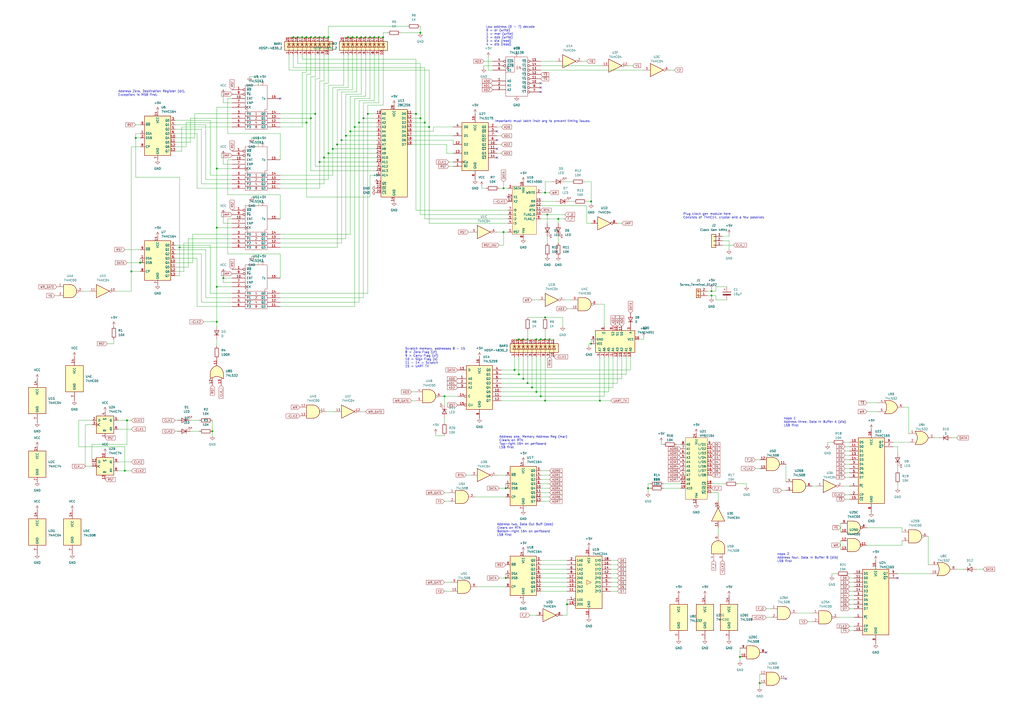
<source format=kicad_sch>
(kicad_sch (version 20230121) (generator eeschema)
  (paper "A2")
  (junction (at 347.98 232.41))
  (junction (at 316.23 232.41))
  (junction (at 213.36 66.04))
  (junction (at 257.81 229.87))
  (junction (at 241.3 66.04))
  (junction (at 316.23 196.85))
  (junction (at 129.54 161.29))
  (junction (at 207.01 21.59))
  (junction (at 303.53 196.85))
  (junction (at 300.99 217.17))
  (junction (at 177.8 71.12))
  (junction (at 190.5 88.9))
  (junction (at 306.07 222.25))
  (junction (at 182.88 66.04))
  (junction (at 311.15 227.33))
  (junction (at 125.73 186.69))
  (junction (at 125.73 166.37))
  (junction (at 313.69 196.85))
  (junction (at 172.72 21.59))
  (junction (at 185.42 93.98))
  (junction (at 208.28 71.12))
  (junction (at 195.58 83.82))
  (junction (at 185.42 21.59))
  (junction (at 375.92 283.21))
  (junction (at 342.9 116.84))
  (junction (at 217.17 21.59))
  (junction (at 440.69 396.24))
  (junction (at 317.5 124.46))
  (junction (at 170.18 21.59))
  (junction (at 342.9 199.39))
  (junction (at 292.1 109.22))
  (junction (at 125.73 97.79))
  (junction (at 198.12 81.28))
  (junction (at 187.96 91.44))
  (junction (at 123.19 250.19))
  (junction (at 323.85 127))
  (junction (at 318.77 196.85))
  (junction (at 243.84 68.58))
  (junction (at 190.5 21.59))
  (junction (at 308.61 224.79))
  (junction (at 104.14 143.51))
  (junction (at 412.75 168.91))
  (junction (at 212.09 21.59))
  (junction (at 412.75 171.45))
  (junction (at 303.53 219.71))
  (junction (at 300.99 196.85))
  (junction (at 76.2 157.48))
  (junction (at 193.04 86.36))
  (junction (at 205.74 73.66))
  (junction (at 316.23 111.76))
  (junction (at 73.66 243.84))
  (junction (at 180.34 68.58))
  (junction (at 187.96 21.59))
  (junction (at 219.71 21.59))
  (junction (at 311.15 196.85))
  (junction (at 243.84 19.05))
  (junction (at 209.55 21.59))
  (junction (at 180.34 21.59))
  (junction (at 313.69 229.87))
  (junction (at 72.39 273.05))
  (junction (at 78.74 80.01))
  (junction (at 246.38 71.12))
  (junction (at 204.47 21.59))
  (junction (at 125.73 132.08))
  (junction (at 81.28 152.4))
  (junction (at 248.92 73.66))
  (junction (at 306.07 196.85))
  (junction (at 177.8 21.59))
  (junction (at 316.23 184.15))
  (junction (at 292.1 134.62))
  (junction (at 214.63 21.59))
  (junction (at 429.26 381))
  (junction (at 210.82 68.58))
  (junction (at 298.45 214.63))
  (junction (at 203.2 76.2))
  (junction (at 328.93 350.52))
  (junction (at 222.25 21.59))
  (junction (at 200.66 78.74))
  (junction (at 293.37 335.28))
  (junction (at 201.93 21.59))
  (junction (at 182.88 21.59))
  (junction (at 175.26 21.59))
  (junction (at 293.37 283.21))
  (no_connect (at 288.29 81.28))
  (no_connect (at 288.29 86.36))
  (no_connect (at 162.56 57.15))
  (no_connect (at 294.64 114.3))
  (no_connect (at 520.7 335.28))
  (no_connect (at 313.69 53.34))
  (no_connect (at 288.29 91.44))
  (no_connect (at 288.29 76.2))
  (no_connect (at 313.69 48.26))
  (no_connect (at 444.5 378.46))
  (no_connect (at 455.93 393.7))
  (no_connect (at 313.69 50.8))
  (wire (pts (xy 313.69 275.59) (xy 318.77 275.59)))
  (wire (pts (xy 182.88 21.59) (xy 185.42 21.59)))
  (wire (pts (xy 111.76 152.4) (xy 111.76 135.89)))
  (wire (pts (xy 78.74 72.39) (xy 81.28 72.39)))
  (wire (pts (xy 490.22 269.24) (xy 492.76 269.24)))
  (wire (pts (xy 502.92 233.68) (xy 509.27 233.68)))
  (wire (pts (xy 187.96 106.68) (xy 187.96 91.44)))
  (wire (pts (xy 270.51 275.59) (xy 273.05 275.59)))
  (wire (pts (xy 290.83 219.71) (xy 303.53 219.71)))
  (wire (pts (xy 81.28 77.47) (xy 78.74 77.47)))
  (wire (pts (xy 110.49 243.84) (xy 115.57 243.84)))
  (wire (pts (xy 185.42 31.75) (xy 185.42 45.72)))
  (wire (pts (xy 259.08 88.9) (xy 262.89 88.9)))
  (wire (pts (xy 358.14 129.54) (xy 360.68 129.54)))
  (wire (pts (xy 317.5 124.46) (xy 327.66 124.46)))
  (wire (pts (xy 238.76 83.82) (xy 259.08 83.82)))
  (wire (pts (xy 180.34 31.75) (xy 180.34 43.18)))
  (wire (pts (xy 328.93 179.07) (xy 331.47 179.07)))
  (wire (pts (xy 146.05 80.01) (xy 149.86 80.01)))
  (wire (pts (xy 101.6 142.24) (xy 121.92 142.24)))
  (wire (pts (xy 410.21 171.45) (xy 412.75 171.45)))
  (wire (pts (xy 412.75 171.45) (xy 412.75 172.72)))
  (wire (pts (xy 203.2 55.88) (xy 203.2 76.2)))
  (wire (pts (xy 392.43 257.81) (xy 394.97 257.81)))
  (wire (pts (xy 172.72 36.83) (xy 243.84 36.83)))
  (wire (pts (xy 313.69 273.05) (xy 318.77 273.05)))
  (wire (pts (xy 101.6 87.63) (xy 105.41 87.63)))
  (wire (pts (xy 438.15 266.7) (xy 440.69 266.7)))
  (wire (pts (xy 149.86 148.59) (xy 149.86 153.67)))
  (wire (pts (xy 175.26 31.75) (xy 175.26 34.29)))
  (wire (pts (xy 554.99 330.2) (xy 558.8 330.2)))
  (wire (pts (xy 280.67 38.1) (xy 285.75 38.1)))
  (wire (pts (xy 68.58 248.92) (xy 76.2 248.92)))
  (wire (pts (xy 316.23 191.77) (xy 316.23 196.85)))
  (wire (pts (xy 320.04 105.41) (xy 316.23 105.41)))
  (wire (pts (xy 76.2 85.09) (xy 76.2 157.48)))
  (wire (pts (xy 444.5 353.06) (xy 447.04 353.06)))
  (wire (pts (xy 292.1 134.62) (xy 294.64 134.62)))
  (wire (pts (xy 224.79 19.05) (xy 222.25 19.05)))
  (wire (pts (xy 203.2 135.89) (xy 203.2 76.2)))
  (wire (pts (xy 313.69 38.1) (xy 349.25 38.1)))
  (wire (pts (xy 341.63 200.66) (xy 341.63 199.39)))
  (wire (pts (xy 195.58 52.07) (xy 195.58 83.82)))
  (wire (pts (xy 162.56 113.03) (xy 132.08 113.03)))
  (wire (pts (xy 429.26 381) (xy 429.26 383.54)))
  (wire (pts (xy 538.48 327.66) (xy 539.75 327.66)))
  (wire (pts (xy 101.6 77.47) (xy 114.3 77.47)))
  (wire (pts (xy 238.76 227.33) (xy 241.3 227.33)))
  (wire (pts (xy 419.1 142.24) (xy 425.45 142.24)))
  (wire (pts (xy 78.74 77.47) (xy 78.74 80.01)))
  (wire (pts (xy 53.34 267.97) (xy 53.34 257.81)))
  (wire (pts (xy 125.73 166.37) (xy 125.73 132.08)))
  (wire (pts (xy 342.9 105.41) (xy 342.9 116.84)))
  (wire (pts (xy 342.9 116.84) (xy 342.9 118.11)))
  (wire (pts (xy 129.54 59.69) (xy 134.62 59.69)))
  (wire (pts (xy 412.75 168.91) (xy 412.75 167.64)))
  (wire (pts (xy 538.48 311.15) (xy 538.48 327.66)))
  (wire (pts (xy 373.38 196.85) (xy 373.38 195.58)))
  (wire (pts (xy 222.25 60.96) (xy 213.36 60.96)))
  (wire (pts (xy 285.75 40.64) (xy 283.21 40.64)))
  (wire (pts (xy 440.69 396.24) (xy 440.69 398.78)))
  (wire (pts (xy 214.63 31.75) (xy 214.63 57.15)))
  (wire (pts (xy 149.86 114.3) (xy 149.86 119.38)))
  (wire (pts (xy 209.55 31.75) (xy 209.55 54.61)))
  (wire (pts (xy 328.93 347.98) (xy 328.93 350.52)))
  (wire (pts (xy 364.49 38.1) (xy 367.03 38.1)))
  (wire (pts (xy 482.6 332.74) (xy 482.6 334.01)))
  (wire (pts (xy 217.17 58.42) (xy 208.28 58.42)))
  (wire (pts (xy 492.76 335.28) (xy 495.3 335.28)))
  (wire (pts (xy 243.84 68.58) (xy 238.76 68.58)))
  (wire (pts (xy 492.76 363.22) (xy 495.3 363.22)))
  (wire (pts (xy 323.85 127) (xy 323.85 129.54)))
  (wire (pts (xy 175.26 21.59) (xy 177.8 21.59)))
  (wire (pts (xy 125.73 186.69) (xy 125.73 166.37)))
  (wire (pts (xy 524.51 236.22) (xy 527.05 236.22)))
  (wire (pts (xy 288.29 78.74) (xy 290.83 78.74)))
  (wire (pts (xy 172.72 21.59) (xy 175.26 21.59)))
  (wire (pts (xy 205.74 73.66) (xy 205.74 177.8)))
  (wire (pts (xy 502.92 238.76) (xy 509.27 238.76)))
  (wire (pts (xy 170.18 39.37) (xy 246.38 39.37)))
  (wire (pts (xy 280.67 35.56) (xy 285.75 35.56)))
  (wire (pts (xy 490.22 264.16) (xy 492.76 264.16)))
  (wire (pts (xy 162.56 172.72) (xy 210.82 172.72)))
  (wire (pts (xy 132.08 127) (xy 134.62 127)))
  (wire (pts (xy 144.78 44.45) (xy 149.86 44.45)))
  (wire (pts (xy 101.6 85.09) (xy 107.95 85.09)))
  (wire (pts (xy 222.25 31.75) (xy 222.25 60.96)))
  (wire (pts (xy 300.99 196.85) (xy 303.53 196.85)))
  (wire (pts (xy 313.69 332.74) (xy 328.93 332.74)))
  (wire (pts (xy 180.34 68.58) (xy 180.34 99.06)))
  (wire (pts (xy 209.55 238.76) (xy 212.09 238.76)))
  (wire (pts (xy 375.92 285.75) (xy 375.92 283.21)))
  (wire (pts (xy 208.28 71.12) (xy 208.28 175.26)))
  (wire (pts (xy 241.3 34.29) (xy 241.3 66.04)))
  (wire (pts (xy 182.88 31.75) (xy 182.88 44.45)))
  (wire (pts (xy 172.72 31.75) (xy 172.72 36.83)))
  (wire (pts (xy 209.55 21.59) (xy 212.09 21.59)))
  (wire (pts (xy 49.53 270.51) (xy 53.34 270.51)))
  (wire (pts (xy 490.22 289.56) (xy 492.76 289.56)))
  (wire (pts (xy 317.5 129.54) (xy 317.5 124.46)))
  (wire (pts (xy 129.54 129.54) (xy 129.54 124.46)))
  (wire (pts (xy 246.38 71.12) (xy 238.76 71.12)))
  (wire (pts (xy 355.6 207.01) (xy 355.6 224.79)))
  (wire (pts (xy 72.39 273.05) (xy 68.58 273.05)))
  (wire (pts (xy 214.63 21.59) (xy 217.17 21.59)))
  (wire (pts (xy 118.11 186.69) (xy 125.73 186.69)))
  (wire (pts (xy 487.68 303.53) (xy 487.68 308.61)))
  (wire (pts (xy 490.22 259.08) (xy 492.76 259.08)))
  (wire (pts (xy 358.14 207.01) (xy 358.14 222.25)))
  (wire (pts (xy 101.6 149.86) (xy 114.3 149.86)))
  (wire (pts (xy 101.6 82.55) (xy 110.49 82.55)))
  (wire (pts (xy 114.3 177.8) (xy 134.62 177.8)))
  (wire (pts (xy 210.82 59.69) (xy 210.82 68.58)))
  (wire (pts (xy 212.09 21.59) (xy 214.63 21.59)))
  (wire (pts (xy 492.76 350.52) (xy 495.3 350.52)))
  (wire (pts (xy 180.34 21.59) (xy 182.88 21.59)))
  (wire (pts (xy 427.99 280.67) (xy 433.07 280.67)))
  (wire (pts (xy 518.16 256.54) (xy 527.05 256.54)))
  (wire (pts (xy 125.73 132.08) (xy 125.73 97.79)))
  (wire (pts (xy 110.49 82.55) (xy 110.49 68.58)))
  (wire (pts (xy 313.69 119.38) (xy 340.36 119.38)))
  (wire (pts (xy 212.09 31.75) (xy 212.09 55.88)))
  (wire (pts (xy 200.66 138.43) (xy 200.66 78.74)))
  (wire (pts (xy 252.73 251.46) (xy 252.73 252.73)))
  (wire (pts (xy 121.92 170.18) (xy 134.62 170.18)))
  (wire (pts (xy 248.92 129.54) (xy 294.64 129.54)))
  (wire (pts (xy 257.81 337.82) (xy 261.62 337.82)))
  (wire (pts (xy 360.68 207.01) (xy 360.68 219.71)))
  (wire (pts (xy 182.88 66.04) (xy 182.88 96.52)))
  (wire (pts (xy 342.9 196.85) (xy 342.9 199.39)))
  (wire (pts (xy 308.61 224.79) (xy 308.61 207.01)))
  (wire (pts (xy 204.47 31.75) (xy 204.47 52.07)))
  (wire (pts (xy 246.38 127) (xy 294.64 127)))
  (wire (pts (xy 162.56 127) (xy 162.56 113.03)))
  (wire (pts (xy 104.14 143.51) (xy 134.62 143.51)))
  (wire (pts (xy 213.36 66.04) (xy 213.36 170.18)))
  (wire (pts (xy 81.28 85.09) (xy 76.2 85.09)))
  (wire (pts (xy 72.39 144.78) (xy 81.28 144.78)))
  (wire (pts (xy 248.92 73.66) (xy 238.76 73.66)))
  (wire (pts (xy 189.23 238.76) (xy 194.31 238.76)))
  (wire (pts (xy 440.69 391.16) (xy 440.69 396.24)))
  (wire (pts (xy 162.56 92.71) (xy 162.56 77.47)))
  (wire (pts (xy 210.82 68.58) (xy 218.44 68.58)))
  (wire (pts (xy 134.62 62.23) (xy 125.73 62.23)))
  (wire (pts (xy 162.56 104.14) (xy 190.5 104.14)))
  (wire (pts (xy 101.6 144.78) (xy 119.38 144.78)))
  (wire (pts (xy 73.66 152.4) (xy 81.28 152.4)))
  (wire (pts (xy 298.45 214.63) (xy 298.45 207.01)))
  (wire (pts (xy 101.6 80.01) (xy 113.03 80.01)))
  (wire (pts (xy 125.73 196.85) (xy 125.73 200.66)))
  (wire (pts (xy 123.19 243.84) (xy 123.19 250.19)))
  (wire (pts (xy 101.6 157.48) (xy 106.68 157.48)))
  (wire (pts (xy 195.58 143.51) (xy 195.58 83.82)))
  (wire (pts (xy 162.56 106.68) (xy 187.96 106.68)))
  (wire (pts (xy 353.06 227.33) (xy 311.15 227.33)))
  (wire (pts (xy 187.96 91.44) (xy 218.44 91.44)))
  (wire (pts (xy 116.84 74.93) (xy 116.84 106.68)))
  (wire (pts (xy 193.04 101.6) (xy 193.04 86.36)))
  (wire (pts (xy 313.69 196.85) (xy 316.23 196.85)))
  (wire (pts (xy 48.26 168.91) (xy 52.07 168.91)))
  (wire (pts (xy 523.24 316.23) (xy 502.92 316.23)))
  (wire (pts (xy 552.45 254) (xy 554.99 254)))
  (wire (pts (xy 360.68 219.71) (xy 303.53 219.71)))
  (wire (pts (xy 129.54 161.29) (xy 129.54 163.83)))
  (wire (pts (xy 175.26 73.66) (xy 162.56 73.66)))
  (wire (pts (xy 288.29 88.9) (xy 290.83 88.9)))
  (wire (pts (xy 288.29 134.62) (xy 292.1 134.62)))
  (wire (pts (xy 353.06 207.01) (xy 353.06 227.33)))
  (wire (pts (xy 199.39 49.53) (xy 190.5 49.53)))
  (wire (pts (xy 340.36 129.54) (xy 342.9 129.54)))
  (wire (pts (xy 106.68 157.48) (xy 106.68 140.97)))
  (wire (pts (xy 490.22 287.02) (xy 492.76 287.02)))
  (wire (pts (xy 311.15 196.85) (xy 313.69 196.85)))
  (wire (pts (xy 107.95 71.12) (xy 134.62 71.12)))
  (wire (pts (xy 354.33 330.2) (xy 358.14 330.2)))
  (wire (pts (xy 214.63 57.15) (xy 205.74 57.15)))
  (wire (pts (xy 485.14 332.74) (xy 482.6 332.74)))
  (wire (pts (xy 307.34 356.87) (xy 311.15 356.87)))
  (wire (pts (xy 384.81 257.81) (xy 383.54 257.81)))
  (wire (pts (xy 162.56 77.47) (xy 132.08 77.47)))
  (wire (pts (xy 62.23 199.39) (xy 66.04 199.39)))
  (wire (pts (xy 101.6 69.85) (xy 121.92 69.85)))
  (wire (pts (xy 129.54 158.75) (xy 129.54 161.29)))
  (wire (pts (xy 313.69 280.67) (xy 318.77 280.67)))
  (wire (pts (xy 246.38 71.12) (xy 246.38 127)))
  (wire (pts (xy 125.73 62.23) (xy 125.73 97.79)))
  (wire (pts (xy 105.41 73.66) (xy 134.62 73.66)))
  (wire (pts (xy 109.22 138.43) (xy 134.62 138.43)))
  (wire (pts (xy 177.8 31.75) (xy 177.8 41.91)))
  (wire (pts (xy 119.38 72.39) (xy 119.38 104.14)))
  (wire (pts (xy 116.84 147.32) (xy 116.84 175.26)))
  (wire (pts (xy 134.62 129.54) (xy 129.54 129.54)))
  (wire (pts (xy 53.34 243.84) (xy 45.72 243.84)))
  (wire (pts (xy 114.3 77.47) (xy 114.3 109.22)))
  (wire (pts (xy 167.64 40.64) (xy 248.92 40.64)))
  (wire (pts (xy 492.76 337.82) (xy 495.3 337.82)))
  (wire (pts (xy 365.76 214.63) (xy 298.45 214.63)))
  (wire (pts (xy 177.8 71.12) (xy 177.8 114.3)))
  (wire (pts (xy 311.15 227.33) (xy 311.15 207.01)))
  (wire (pts (xy 346.71 176.53) (xy 350.52 176.53)))
  (wire (pts (xy 241.3 121.92) (xy 294.64 121.92)))
  (wire (pts (xy 293.37 335.28) (xy 293.37 332.74)))
  (wire (pts (xy 106.68 140.97) (xy 134.62 140.97)))
  (wire (pts (xy 257.81 242.57) (xy 257.81 245.11)))
  (wire (pts (xy 119.38 172.72) (xy 134.62 172.72)))
  (wire (pts (xy 292.1 109.22) (xy 294.64 109.22)))
  (wire (pts (xy 419.1 137.16) (xy 422.91 137.16)))
  (wire (pts (xy 162.56 175.26) (xy 208.28 175.26)))
  (wire (pts (xy 177.8 114.3) (xy 214.63 114.3)))
  (wire (pts (xy 308.61 196.85) (xy 311.15 196.85)))
  (wire (pts (xy 330.2 116.84) (xy 332.74 116.84)))
  (wire (pts (xy 289.56 109.22) (xy 292.1 109.22)))
  (wire (pts (xy 238.76 232.41) (xy 241.3 232.41)))
  (wire (pts (xy 204.47 21.59) (xy 207.01 21.59)))
  (wire (pts (xy 170.18 21.59) (xy 172.72 21.59)))
  (wire (pts (xy 313.69 325.12) (xy 328.93 325.12)))
  (wire (pts (xy 49.53 246.38) (xy 49.53 270.51)))
  (wire (pts (xy 105.41 87.63) (xy 105.41 73.66)))
  (wire (pts (xy 313.69 40.64) (xy 373.38 40.64)))
  (wire (pts (xy 375.92 283.21) (xy 375.92 280.67)))
  (wire (pts (xy 415.29 168.91) (xy 412.75 168.91)))
  (wire (pts (xy 290.83 222.25) (xy 306.07 222.25)))
  (wire (pts (xy 53.34 257.81) (xy 73.66 257.81)))
  (wire (pts (xy 241.3 66.04) (xy 238.76 66.04)))
  (wire (pts (xy 177.8 41.91) (xy 175.26 41.91)))
  (wire (pts (xy 119.38 144.78) (xy 119.38 172.72)))
  (wire (pts (xy 490.22 256.54) (xy 492.76 256.54)))
  (wire (pts (xy 303.53 196.85) (xy 306.07 196.85)))
  (wire (pts (xy 313.69 116.84) (xy 322.58 116.84)))
  (wire (pts (xy 185.42 109.22) (xy 185.42 93.98)))
  (wire (pts (xy 201.93 50.8) (xy 193.04 50.8)))
  (wire (pts (xy 101.6 160.02) (xy 104.14 160.02)))
  (wire (pts (xy 523.24 313.69) (xy 523.24 316.23)))
  (wire (pts (xy 316.23 196.85) (xy 318.77 196.85)))
  (wire (pts (xy 308.61 173.99) (xy 312.42 173.99)))
  (wire (pts (xy 201.93 21.59) (xy 204.47 21.59)))
  (wire (pts (xy 125.73 186.69) (xy 125.73 189.23)))
  (wire (pts (xy 212.09 55.88) (xy 203.2 55.88)))
  (wire (pts (xy 67.31 168.91) (xy 76.2 168.91)))
  (wire (pts (xy 134.62 132.08) (xy 125.73 132.08)))
  (wire (pts (xy 350.52 176.53) (xy 350.52 189.23)))
  (wire (pts (xy 204.47 52.07) (xy 195.58 52.07)))
  (wire (pts (xy 259.08 83.82) (xy 259.08 88.9)))
  (wire (pts (xy 490.22 266.7) (xy 492.76 266.7)))
  (wire (pts (xy 316.23 184.15) (xy 326.39 184.15)))
  (wire (pts (xy 257.81 342.9) (xy 261.62 342.9)))
  (wire (pts (xy 347.98 232.41) (xy 316.23 232.41)))
  (wire (pts (xy 111.76 135.89) (xy 134.62 135.89)))
  (wire (pts (xy 236.22 15.24) (xy 190.5 15.24)))
  (wire (pts (xy 462.28 355.6) (xy 471.17 355.6)))
  (wire (pts (xy 327.66 105.41) (xy 331.47 105.41)))
  (wire (pts (xy 193.04 86.36) (xy 218.44 86.36)))
  (wire (pts (xy 241.3 121.92) (xy 241.3 66.04)))
  (wire (pts (xy 73.66 243.84) (xy 68.58 243.84)))
  (wire (pts (xy 243.84 19.05) (xy 243.84 15.24)))
  (wire (pts (xy 66.04 199.39) (xy 66.04 196.85)))
  (wire (pts (xy 492.76 365.76) (xy 495.3 365.76)))
  (wire (pts (xy 422.91 137.16) (xy 422.91 135.89)))
  (wire (pts (xy 132.08 147.32) (xy 132.08 127)))
  (wire (pts (xy 180.34 44.45) (xy 180.34 68.58)))
  (wire (pts (xy 162.56 177.8) (xy 205.74 177.8)))
  (wire (pts (xy 490.22 261.62) (xy 492.76 261.62)))
  (wire (pts (xy 313.69 285.75) (xy 318.77 285.75)))
  (wire (pts (xy 375.92 280.67) (xy 377.19 280.67)))
  (wire (pts (xy 313.69 342.9) (xy 328.93 342.9)))
  (wire (pts (xy 132.08 92.71) (xy 134.62 92.71)))
  (wire (pts (xy 429.26 375.92) (xy 429.26 381)))
  (wire (pts (xy 416.56 285.75) (xy 416.56 290.83)))
  (wire (pts (xy 303.53 219.71) (xy 303.53 207.01)))
  (wire (pts (xy 327.66 173.99) (xy 331.47 173.99)))
  (wire (pts (xy 110.49 68.58) (xy 134.62 68.58)))
  (wire (pts (xy 421.64 166.37) (xy 415.29 166.37)))
  (wire (pts (xy 129.54 95.25) (xy 129.54 90.17)))
  (wire (pts (xy 289.56 283.21) (xy 293.37 283.21)))
  (wire (pts (xy 162.56 170.18) (xy 213.36 170.18)))
  (wire (pts (xy 213.36 60.96) (xy 213.36 66.04)))
  (wire (pts (xy 195.58 83.82) (xy 218.44 83.82)))
  (wire (pts (xy 104.14 143.51) (xy 104.14 102.87)))
  (wire (pts (xy 187.96 48.26) (xy 187.96 91.44)))
  (wire (pts (xy 313.69 335.28) (xy 328.93 335.28)))
  (wire (pts (xy 280.67 39.37) (xy 280.67 38.1)))
  (wire (pts (xy 81.28 149.86) (xy 81.28 152.4)))
  (wire (pts (xy 313.69 337.82) (xy 328.93 337.82)))
  (wire (pts (xy 132.08 77.47) (xy 132.08 57.15)))
  (wire (pts (xy 289.56 335.28) (xy 293.37 335.28)))
  (wire (pts (xy 121.92 101.6) (xy 134.62 101.6)))
  (wire (pts (xy 256.54 229.87) (xy 257.81 229.87)))
  (wire (pts (xy 257.81 285.75) (xy 260.35 285.75)))
  (wire (pts (xy 566.42 330.2) (xy 570.23 330.2)))
  (wire (pts (xy 260.35 93.98) (xy 262.89 93.98)))
  (wire (pts (xy 53.34 246.38) (xy 49.53 246.38)))
  (wire (pts (xy 182.88 45.72) (xy 182.88 66.04)))
  (wire (pts (xy 177.8 21.59) (xy 180.34 21.59)))
  (wire (pts (xy 300.99 217.17) (xy 300.99 207.01)))
  (wire (pts (xy 248.92 40.64) (xy 248.92 73.66)))
  (wire (pts (xy 306.07 196.85) (xy 306.07 191.77)))
  (wire (pts (xy 290.83 229.87) (xy 313.69 229.87)))
  (wire (pts (xy 328.93 356.87) (xy 328.93 350.52)))
  (wire (pts (xy 200.66 54.61) (xy 200.66 78.74)))
  (wire (pts (xy 347.98 207.01) (xy 347.98 232.41)))
  (wire (pts (xy 162.56 140.97) (xy 198.12 140.97)))
  (wire (pts (xy 73.66 243.84) (xy 76.2 243.84)))
  (wire (pts (xy 31.75 171.45) (xy 33.02 171.45)))
  (wire (pts (xy 313.69 327.66) (xy 328.93 327.66)))
  (wire (pts (xy 219.71 59.69) (xy 210.82 59.69)))
  (wire (pts (xy 492.76 342.9) (xy 495.3 342.9)))
  (wire (pts (xy 480.06 256.54) (xy 480.06 257.81)))
  (wire (pts (xy 246.38 39.37) (xy 246.38 71.12)))
  (wire (pts (xy 492.76 345.44) (xy 495.3 345.44)))
  (wire (pts (xy 121.92 142.24) (xy 121.92 170.18)))
  (wire (pts (xy 243.84 124.46) (xy 243.84 68.58)))
  (wire (pts (xy 180.34 43.18) (xy 177.8 43.18)))
  (wire (pts (xy 175.26 34.29) (xy 241.3 34.29)))
  (wire (pts (xy 190.5 15.24) (xy 190.5 21.59)))
  (wire (pts (xy 238.76 76.2) (xy 251.46 76.2)))
  (wire (pts (xy 313.69 278.13) (xy 318.77 278.13)))
  (wire (pts (xy 520.7 280.67) (xy 520.7 283.21)))
  (wire (pts (xy 326.39 356.87) (xy 328.93 356.87)))
  (wire (pts (xy 276.86 340.36) (xy 293.37 340.36)))
  (wire (pts (xy 317.5 137.16) (xy 317.5 140.97)))
  (wire (pts (xy 208.28 58.42) (xy 208.28 71.12)))
  (wire (pts (xy 412.75 285.75) (xy 416.56 285.75)))
  (wire (pts (xy 162.56 147.32) (xy 132.08 147.32)))
  (wire (pts (xy 45.72 259.08) (xy 72.39 259.08)))
  (wire (pts (xy 518.16 259.08) (xy 520.7 259.08)))
  (wire (pts (xy 101.6 250.19) (xy 102.87 250.19)))
  (wire (pts (xy 222.25 19.05) (xy 222.25 21.59)))
  (wire (pts (xy 488.95 281.94) (xy 492.76 281.94)))
  (wire (pts (xy 365.76 207.01) (xy 365.76 214.63)))
  (wire (pts (xy 121.92 69.85) (xy 121.92 101.6)))
  (wire (pts (xy 341.63 199.39) (xy 342.9 199.39)))
  (wire (pts (xy 219.71 31.75) (xy 219.71 59.69)))
  (wire (pts (xy 471.17 281.94) (xy 473.71 281.94)))
  (wire (pts (xy 129.54 54.61) (xy 129.54 59.69)))
  (wire (pts (xy 243.84 36.83) (xy 243.84 68.58)))
  (wire (pts (xy 313.69 127) (xy 323.85 127)))
  (wire (pts (xy 340.36 119.38) (xy 340.36 129.54)))
  (wire (pts (xy 292.1 134.62) (xy 292.1 142.24)))
  (wire (pts (xy 76.2 157.48) (xy 76.2 168.91)))
  (wire (pts (xy 107.95 85.09) (xy 107.95 71.12)))
  (wire (pts (xy 232.41 19.05) (xy 243.84 19.05)))
  (wire (pts (xy 318.77 111.76) (xy 316.23 111.76)))
  (wire (pts (xy 182.88 44.45) (xy 180.34 44.45)))
  (wire (pts (xy 199.39 31.75) (xy 199.39 49.53)))
  (wire (pts (xy 175.26 41.91) (xy 175.26 73.66)))
  (wire (pts (xy 340.36 116.84) (xy 342.9 116.84)))
  (wire (pts (xy 279.4 107.95) (xy 279.4 109.22)))
  (wire (pts (xy 113.03 66.04) (xy 134.62 66.04)))
  (wire (pts (xy 213.36 66.04) (xy 218.44 66.04)))
  (wire (pts (xy 288.29 275.59) (xy 293.37 275.59)))
  (wire (pts (xy 45.72 243.84) (xy 45.72 259.08)))
  (wire (pts (xy 185.42 46.99) (xy 185.42 93.98)))
  (wire (pts (xy 162.56 135.89) (xy 203.2 135.89)))
  (wire (pts (xy 358.14 222.25) (xy 306.07 222.25)))
  (wire (pts (xy 290.83 214.63) (xy 298.45 214.63)))
  (wire (pts (xy 205.74 57.15) (xy 205.74 73.66)))
  (wire (pts (xy 290.83 224.79) (xy 308.61 224.79)))
  (wire (pts (xy 487.68 313.69) (xy 487.68 318.77)))
  (wire (pts (xy 114.3 109.22) (xy 134.62 109.22)))
  (wire (pts (xy 306.07 184.15) (xy 316.23 184.15)))
  (wire (pts (xy 290.83 227.33) (xy 311.15 227.33)))
  (wire (pts (xy 260.35 96.52) (xy 262.89 96.52)))
  (wire (pts (xy 182.88 96.52) (xy 218.44 96.52)))
  (wire (pts (xy 257.81 229.87) (xy 265.43 229.87)))
  (wire (pts (xy 370.84 196.85) (xy 373.38 196.85)))
  (wire (pts (xy 313.69 340.36) (xy 328.93 340.36)))
  (wire (pts (xy 190.5 104.14) (xy 190.5 88.9)))
  (wire (pts (xy 323.85 127) (xy 327.66 127)))
  (wire (pts (xy 177.8 43.18) (xy 177.8 71.12)))
  (wire (pts (xy 337.82 35.56) (xy 340.36 35.56)))
  (wire (pts (xy 199.39 21.59) (xy 201.93 21.59)))
  (wire (pts (xy 190.5 88.9) (xy 218.44 88.9)))
  (wire (pts (xy 422.91 139.7) (xy 422.91 144.78)))
  (wire (pts (xy 542.29 254) (xy 544.83 254)))
  (wire (pts (xy 219.71 21.59) (xy 222.25 21.59)))
  (wire (pts (xy 293.37 283.21) (xy 293.37 280.67)))
  (wire (pts (xy 486.41 358.14) (xy 495.3 358.14)))
  (wire (pts (xy 257.81 229.87) (xy 257.81 234.95)))
  (wire (pts (xy 292.1 105.41) (xy 292.1 109.22)))
  (wire (pts (xy 125.73 97.79) (xy 134.62 97.79)))
  (wire (pts (xy 162.56 68.58) (xy 180.34 68.58)))
  (wire (pts (xy 116.84 175.26) (xy 134.62 175.26)))
  (wire (pts (xy 354.33 327.66) (xy 358.14 327.66)))
  (wire (pts (xy 490.22 274.32) (xy 492.76 274.32)))
  (wire (pts (xy 113.03 80.01) (xy 113.03 66.04)))
  (wire (pts (xy 384.81 283.21) (xy 394.97 283.21)))
  (wire (pts (xy 306.07 222.25) (xy 306.07 207.01)))
  (wire (pts (xy 313.69 35.56) (xy 322.58 35.56)))
  (wire (pts (xy 198.12 53.34) (xy 198.12 81.28)))
  (wire (pts (xy 482.6 256.54) (xy 480.06 256.54)))
  (wire (pts (xy 326.39 184.15) (xy 326.39 189.23)))
  (wire (pts (xy 187.96 21.59) (xy 190.5 21.59)))
  (wire (pts (xy 101.6 72.39) (xy 119.38 72.39)))
  (wire (pts (xy 388.62 40.64) (xy 391.16 40.64)))
  (wire (pts (xy 317.5 124.46) (xy 313.69 124.46)))
  (wire (pts (xy 162.56 138.43) (xy 200.66 138.43)))
  (wire (pts (xy 347.98 232.41) (xy 354.33 232.41)))
  (wire (pts (xy 203.2 76.2) (xy 218.44 76.2)))
  (wire (pts (xy 251.46 76.2) (xy 251.46 73.66)))
  (wire (pts (xy 251.46 73.66) (xy 262.89 73.66)))
  (wire (pts (xy 110.49 250.19) (xy 115.57 250.19)))
  (wire (pts (xy 134.62 95.25) (xy 129.54 95.25)))
  (wire (pts (xy 238.76 78.74) (xy 262.89 78.74)))
  (wire (pts (xy 114.3 149.86) (xy 114.3 177.8)))
  (wire (pts (xy 200.66 78.74) (xy 218.44 78.74)))
  (wire (pts (xy 198.12 81.28) (xy 218.44 81.28)))
  (wire (pts (xy 217.17 21.59) (xy 219.71 21.59)))
  (wire (pts (xy 363.22 217.17) (xy 300.99 217.17)))
  (wire (pts (xy 101.6 74.93) (xy 116.84 74.93)))
  (wire (pts (xy 201.93 31.75) (xy 201.93 50.8)))
  (wire (pts (xy 279.4 109.22) (xy 281.94 109.22)))
  (wire (pts (xy 523.24 306.07) (xy 523.24 308.61)))
  (wire (pts (xy 187.96 31.75) (xy 187.96 46.99)))
  (wire (pts (xy 162.56 66.04) (xy 182.88 66.04)))
  (wire (pts (xy 101.6 152.4) (xy 111.76 152.4)))
  (wire (pts (xy 217.17 31.75) (xy 217.17 58.42)))
  (wire (pts (xy 205.74 73.66) (xy 218.44 73.66)))
  (wire (pts (xy 116.84 106.68) (xy 134.62 106.68)))
  (wire (pts (xy 162.56 161.29) (xy 162.56 147.32)))
  (wire (pts (xy 207.01 31.75) (xy 207.01 53.34)))
  (wire (pts (xy 207.01 53.34) (xy 198.12 53.34)))
  (wire (pts (xy 78.74 80.01) (xy 78.74 102.87)))
  (wire (pts (xy 354.33 340.36) (xy 358.14 340.36)))
  (wire (pts (xy 109.22 154.94) (xy 109.22 138.43)))
  (wire (pts (xy 162.56 71.12) (xy 177.8 71.12)))
  (wire (pts (xy 453.39 284.48) (xy 455.93 284.48)))
  (wire (pts (xy 415.29 171.45) (xy 412.75 171.45)))
  (wire (pts (xy 520.7 332.74) (xy 539.75 332.74)))
  (wire (pts (xy 198.12 140.97) (xy 198.12 81.28)))
  (wire (pts (xy 73.66 257.81) (xy 73.66 243.84)))
  (wire (pts (xy 527.05 236.22) (xy 527.05 251.46)))
  (wire (pts (xy 149.86 44.45) (xy 149.86 49.53)))
  (wire (pts (xy 520.7 259.08) (xy 520.7 262.89)))
  (wire (pts (xy 190.5 49.53) (xy 190.5 88.9)))
  (wire (pts (xy 72.39 273.05) (xy 76.2 273.05)))
  (wire (pts (xy 101.6 147.32) (xy 116.84 147.32)))
  (wire (pts (xy 78.74 80.01) (xy 81.28 80.01)))
  (wire (pts (xy 316.23 111.76) (xy 313.69 111.76)))
  (wire (pts (xy 354.33 325.12) (xy 358.14 325.12)))
  (wire (pts (xy 149.86 80.01) (xy 149.86 85.09)))
  (wire (pts (xy 252.73 252.73) (xy 257.81 252.73)))
  (wire (pts (xy 214.63 101.6) (xy 218.44 101.6)))
  (wire (pts (xy 146.05 114.3) (xy 149.86 114.3)))
  (wire (pts (xy 180.34 99.06) (xy 218.44 99.06)))
  (wire (pts (xy 363.22 207.01) (xy 363.22 217.17)))
  (wire (pts (xy 134.62 166.37) (xy 125.73 166.37)))
  (wire (pts (xy 492.76 353.06) (xy 495.3 353.06)))
  (wire (pts (xy 410.21 168.91) (xy 412.75 168.91)))
  (wire (pts (xy 355.6 224.79) (xy 308.61 224.79)))
  (wire (pts (xy 313.69 288.29) (xy 318.77 288.29)))
  (wire (pts (xy 146.05 148.59) (xy 149.86 148.59)))
  (wire (pts (xy 354.33 342.9) (xy 358.14 342.9)))
  (wire (pts (xy 438.15 271.78) (xy 440.69 271.78)))
  (wire (pts (xy 298.45 196.85) (xy 300.99 196.85)))
  (wire (pts (xy 502.92 306.07) (xy 523.24 306.07)))
  (wire (pts (xy 134.62 163.83) (xy 129.54 163.83)))
  (wire (pts (xy 492.76 340.36) (xy 495.3 340.36)))
  (wire (pts (xy 384.81 280.67) (xy 394.97 280.67)))
  (wire (pts (xy 162.56 101.6) (xy 193.04 101.6)))
  (wire (pts (xy 167.64 21.59) (xy 170.18 21.59)))
  (wire (pts (xy 490.22 271.78) (xy 492.76 271.78)))
  (wire (pts (xy 72.39 259.08) (xy 72.39 273.05)))
  (wire (pts (xy 313.69 283.21) (xy 318.77 283.21)))
  (wire (pts (xy 238.76 81.28) (xy 262.89 81.28)))
  (wire (pts (xy 412.75 280.67) (xy 420.37 280.67)))
  (wire (pts (xy 119.38 104.14) (xy 134.62 104.14)))
  (wire (pts (xy 339.09 105.41) (xy 342.9 105.41)))
  (wire (pts (xy 76.2 157.48) (xy 81.28 157.48)))
  (wire (pts (xy 262.89 81.28) (xy 262.89 83.82)))
  (wire (pts (xy 492.76 347.98) (xy 495.3 347.98)))
  (wire (pts (xy 101.6 154.94) (xy 109.22 154.94)))
  (wire (pts (xy 354.33 332.74) (xy 358.14 332.74)))
  (wire (pts (xy 468.63 360.68) (xy 471.17 360.68)))
  (wire (pts (xy 187.96 46.99) (xy 185.42 46.99)))
  (wire (pts (xy 313.69 290.83) (xy 318.77 290.83)))
  (wire (pts (xy 290.83 217.17) (xy 300.99 217.17)))
  (wire (pts (xy 313.69 229.87) (xy 313.69 207.01)))
  (wire (pts (xy 185.42 93.98) (xy 218.44 93.98)))
  (wire (pts (xy 419.1 139.7) (xy 422.91 139.7)))
  (wire (pts (xy 433.07 280.67) (xy 433.07 281.94)))
  (wire (pts (xy 185.42 21.59) (xy 187.96 21.59)))
  (wire (pts (xy 354.33 335.28) (xy 358.14 335.28)))
  (wire (pts (xy 104.14 102.87) (xy 78.74 102.87)))
  (wire (pts (xy 313.69 330.2) (xy 328.93 330.2)))
  (wire (pts (xy 209.55 54.61) (xy 200.66 54.61)))
  (wire (pts (xy 190.5 31.75) (xy 190.5 48.26)))
  (wire (pts (xy 167.64 31.75) (xy 167.64 40.64)))
  (wire (pts (xy 354.33 337.82) (xy 358.14 337.82)))
  (wire (pts (xy 248.92 129.54) (xy 248.92 73.66)))
  (wire (pts (xy 455.93 269.24) (xy 455.93 279.4)))
  (wire (pts (xy 132.08 113.03) (xy 132.08 92.71)))
  (wire (pts (xy 375.92 283.21) (xy 377.19 283.21)))
  (wire (pts (xy 271.78 134.62) (xy 273.05 134.62)))
  (wire (pts (xy 132.08 57.15) (xy 134.62 57.15)))
  (wire (pts (xy 134.62 161.29) (xy 129.54 161.29)))
  (wire (pts (xy 520.7 270.51) (xy 520.7 273.05)))
  (wire (pts (xy 416.56 306.07) (xy 416.56 309.88)))
  (wire (pts (xy 162.56 143.51) (xy 195.58 143.51)))
  (wire (pts (xy 104.14 160.02) (xy 104.14 143.51)))
  (wire (pts (xy 193.04 50.8) (xy 193.04 86.36)))
  (wire (pts (xy 123.19 250.19) (xy 123.19 252.73)))
  (wire (pts (xy 257.81 290.83) (xy 260.35 290.83)))
  (wire (pts (xy 275.59 288.29) (xy 293.37 288.29)))
  (wire (pts (xy 323.85 137.16) (xy 323.85 140.97)))
  (wire (pts (xy 210.82 68.58) (xy 210.82 172.72)))
  (wire (pts (xy 444.5 358.14) (xy 447.04 358.14)))
  (wire (pts (xy 162.56 109.22) (xy 185.42 109.22)))
  (wire (pts (xy 170.18 31.75) (xy 170.18 39.37)))
  (wire (pts (xy 492.76 332.74) (xy 495.3 332.74)))
  (wire (pts (xy 101.6 243.84) (xy 102.87 243.84)))
  (wire (pts (xy 290.83 232.41) (xy 316.23 232.41)))
  (wire (pts (xy 490.22 276.86) (xy 492.76 276.86)))
  (wire (pts (xy 316.23 232.41) (xy 316.23 207.01)))
  (wire (pts (xy 68.58 267.97) (xy 76.2 267.97)))
  (wire (pts (xy 415.29 173.99) (xy 415.29 171.45)))
  (wire (pts (xy 350.52 229.87) (xy 313.69 229.87)))
  (wire (pts (xy 350.52 207.01) (xy 350.52 229.87)))
  (wire (pts (xy 288.29 73.66) (xy 290.83 73.66)))
  (wire (pts (xy 318.77 196.85) (xy 321.31 196.85)))
  (wire (pts (xy 288.29 83.82) (xy 290.83 83.82)))
  (wire (pts (xy 190.5 48.26) (xy 187.96 48.26)))
  (wire (pts (xy 383.54 257.81) (xy 383.54 256.54)))
  (wire (pts (xy 243.84 124.46) (xy 294.64 124.46)))
  (wire (pts (xy 214.63 101.6) (xy 214.63 114.3)))
  (wire (pts (xy 283.21 40.64) (xy 283.21 33.02)))
  (wire (pts (xy 421.64 173.99) (xy 415.29 173.99)))
  (wire (pts (xy 208.28 71.12) (xy 218.44 71.12)))
  (wire (pts (xy 316.23 105.41) (xy 316.23 111.76)))
  (wire (pts (xy 185.42 45.72) (xy 182.88 45.72)))
  (wire (pts (xy 289.56 142.24) (xy 292.1 142.24)))
  (wire (pts (xy 415.29 166.37) (xy 415.29 168.91)))
  (wire (pts (xy 207.01 21.59) (xy 209.55 21.59)))
  (text "Scratch memory, addresses 8 - 15\n8 = Zero Flag (zf)\n9 = Carry Flag (cf)\n10 = Sign Flag (s)\n11 - 14 = Scratch\n15 = UART TX" (at 234.95 213.36 0) (effects (font (size 1.27 1.27)) (justify left bottom)))
  (text "Address one, Memory Address Reg (mar)\nClears on RTN\nTop-right 164 on perfboard\nLSB first" (at 289.56 260.35 0) (effects (font (size 1.27 1.27)) (justify left bottom)))
  (text "Low address (0 - 7) decode\n0 = dr (write)\n1 = mar (write)\n2 = dob (write)\n3 = dia (read)\n4 = dib (read)" (at 281.94 26.67 0) (effects (font (size 1.27 1.27)) (justify left bottom)))
  (text "nopo 2\nAddress four, Data In Buffer B (dib)\nLSB first" (at 450.85 326.39 0) (effects (font (size 1.27 1.27)) (justify left bottom)))
  (text "Important: must latch instr arg to prevent timing issues" (at 287.02 71.12 0) (effects (font (size 1.27 1.27)) (justify left bottom)))
  (text "Address Zero, Destination Register (dr).\nException: is MSB first." (at 68.58 55.88 0) (effects (font (size 1.27 1.27)) (justify left bottom)))
  (text "nopo 1\nAddress three, Data In Buffer A (dia)\nLSB first" (at 454.66 247.65 0) (effects (font (size 1.27 1.27)) (justify left bottom)))
  (text "Address two, Data Out Buff (dob)\nClears on RTN\nBottom-right 164 on perfboard\nLSB first" (at 288.29 311.15 0) (effects (font (size 1.27 1.27)) (justify left bottom)))
  (text "Plug clock gen module here\nConsists of 74HC14, crystal and a few passives" (at 396.24 127 0) (effects (font (size 1.27 1.27)) (justify left bottom)))
  (global_label "ADR5" (shape input) (at 318.77 285.75 0) (property "Intersheetrefs" "${INTERSHEET_REFS}" (effects hide)))
  (global_label "RST" (shape input) (at 271.78 134.62 180) (property "Intersheetrefs" "${INTERSHEET_REFS}" (effects hide)))
  (global_label "CLK_I" (shape input) (at 49.53 270.51 180) (property "Intersheetrefs" "${INTERSHEET_REFS}" (effects hide)))
  (global_label "~{Y4}" (shape input) (at 313.69 45.72 0) (property "Intersheetrefs" "${INTERSHEET_REFS}" (effects hide)))
  (global_label "D0" (shape input) (at 358.14 325.12 0) (property "Intersheetrefs" "${INTERSHEET_REFS}" (effects hide)))
  (global_label "AD0" (shape input) (at 360.68 189.23 90) (property "Intersheetrefs" "${INTERSHEET_REFS}" (effects hide)))
  (global_label "ADR7" (shape input) (at 394.97 278.13 180) (property "Intersheetrefs" "${INTERSHEET_REFS}" (effects hide)))
  (global_label "D1" (shape input) (at 412.75 260.35 0) (property "Intersheetrefs" "${INTERSHEET_REFS}" (effects hide)))
  (global_label "AD3" (shape input) (at 280.67 35.56 180) (property "Intersheetrefs" "${INTERSHEET_REFS}" (effects hide)))
  (global_label "~{Y3}" (shape input) (at 313.69 43.18 0) (property "Intersheetrefs" "${INTERSHEET_REFS}" (effects hide)))
  (global_label "JMP" (shape input) (at 134.62 124.46 180) (property "Intersheetrefs" "${INTERSHEET_REFS}" (effects hide)))
  (global_label "D6" (shape input) (at 490.22 274.32 180) (property "Intersheetrefs" "${INTERSHEET_REFS}" (effects hide)))
  (global_label "F_F" (shape input) (at 307.34 356.87 180) (property "Intersheetrefs" "${INTERSHEET_REFS}" (effects hide)))
  (global_label "D6" (shape input) (at 412.75 273.05 0) (property "Intersheetrefs" "${INTERSHEET_REFS}" (effects hide)))
  (global_label "ADR3" (shape input) (at 318.77 280.67 0) (property "Intersheetrefs" "${INTERSHEET_REFS}" (effects hide)))
  (global_label "ADR1" (shape input) (at 318.77 275.59 0) (property "Intersheetrefs" "${INTERSHEET_REFS}" (effects hide)))
  (global_label "RST" (shape input) (at 134.62 87.63 90) (property "Intersheetrefs" "${INTERSHEET_REFS}" (effects hide)))
  (global_label "RST" (shape input) (at 78.74 72.39 180) (property "Intersheetrefs" "${INTERSHEET_REFS}" (effects hide)))
  (global_label "Y1" (shape input) (at 453.39 284.48 180) (property "Intersheetrefs" "${INTERSHEET_REFS}" (effects hide)))
  (global_label "D2" (shape input) (at 358.14 330.2 0) (property "Intersheetrefs" "${INTERSHEET_REFS}" (effects hide)))
  (global_label "CLK2" (shape input) (at 490.22 287.02 180) (property "Intersheetrefs" "${INTERSHEET_REFS}" (effects hide)))
  (global_label "DATA" (shape input) (at 570.23 330.2 0) (property "Intersheetrefs" "${INTERSHEET_REFS}" (effects hide)))
  (global_label "RTN" (shape input) (at 270.51 275.59 180) (property "Intersheetrefs" "${INTERSHEET_REFS}" (effects hide)))
  (global_label "~{Y4}" (shape input) (at 487.68 306.07 180) (property "Intersheetrefs" "${INTERSHEET_REFS}" (effects hide)))
  (global_label "ADR5" (shape input) (at 394.97 273.05 180) (property "Intersheetrefs" "${INTERSHEET_REFS}" (effects hide)))
  (global_label "D6" (shape input) (at 492.76 350.52 180) (property "Intersheetrefs" "${INTERSHEET_REFS}" (effects hide)))
  (global_label "JMP" (shape input) (at 134.62 158.75 180) (property "Intersheetrefs" "${INTERSHEET_REFS}" (effects hide)))
  (global_label "CLK1" (shape input) (at 260.35 93.98 180) (property "Intersheetrefs" "${INTERSHEET_REFS}" (effects hide)))
  (global_label "AD2" (shape input) (at 265.43 224.79 180) (property "Intersheetrefs" "${INTERSHEET_REFS}" (effects hide)))
  (global_label "D2" (shape input) (at 412.75 262.89 0) (property "Intersheetrefs" "${INTERSHEET_REFS}" (effects hide)))
  (global_label "AD1" (shape input) (at 265.43 222.25 180) (property "Intersheetrefs" "${INTERSHEET_REFS}" (effects hide)))
  (global_label "D3" (shape input) (at 412.75 265.43 0) (property "Intersheetrefs" "${INTERSHEET_REFS}" (effects hide)))
  (global_label "~CLK2" (shape input) (at 438.15 271.78 180) (property "Intersheetrefs" "${INTERSHEET_REFS}" (effects hide)))
  (global_label "AD2" (shape input) (at 285.75 52.07 180) (property "Intersheetrefs" "${INTERSHEET_REFS}" (effects hide)))
  (global_label "RST" (shape input) (at 134.62 156.21 90) (property "Intersheetrefs" "${INTERSHEET_REFS}" (effects hide)))
  (global_label "CLK1" (shape input) (at 101.6 243.84 180) (property "Intersheetrefs" "${INTERSHEET_REFS}" (effects hide)))
  (global_label "D4" (shape input) (at 358.14 335.28 0) (property "Intersheetrefs" "${INTERSHEET_REFS}" (effects hide)))
  (global_label "UART_TX" (shape input) (at 354.33 232.41 0) (property "Intersheetrefs" "${INTERSHEET_REFS}" (effects hide)))
  (global_label "Y0" (shape input) (at 340.36 35.56 0) (property "Intersheetrefs" "${INTERSHEET_REFS}" (effects hide)))
  (global_label "WR" (shape input) (at 308.61 173.99 180) (property "Intersheetrefs" "${INTERSHEET_REFS}" (effects hide)))
  (global_label "DATA" (shape input) (at 289.56 335.28 180) (property "Intersheetrefs" "${INTERSHEET_REFS}" (effects hide)))
  (global_label "D2" (shape input) (at 492.76 340.36 180) (property "Intersheetrefs" "${INTERSHEET_REFS}" (effects hide)))
  (global_label "~{Y3}" (shape input) (at 490.22 289.56 180) (property "Intersheetrefs" "${INTERSHEET_REFS}" (effects hide)))
  (global_label "AD1" (shape input) (at 358.14 189.23 90) (property "Intersheetrefs" "${INTERSHEET_REFS}" (effects hide)))
  (global_label "AD3" (shape input) (at 238.76 227.33 180) (property "Intersheetrefs" "${INTERSHEET_REFS}" (effects hide)))
  (global_label "AD0" (shape input) (at 290.83 73.66 0) (property "Intersheetrefs" "${INTERSHEET_REFS}" (effects hide)))
  (global_label "WR" (shape input) (at 487.68 316.23 180) (property "Intersheetrefs" "${INTERSHEET_REFS}" (effects hide)))
  (global_label "D7" (shape input) (at 492.76 353.06 180) (property "Intersheetrefs" "${INTERSHEET_REFS}" (effects hide)))
  (global_label "D4" (shape input) (at 492.76 345.44 180) (property "Intersheetrefs" "${INTERSHEET_REFS}" (effects hide)))
  (global_label "D1" (shape input) (at 492.76 337.82 180) (property "Intersheetrefs" "${INTERSHEET_REFS}" (effects hide)))
  (global_label "D1" (shape input) (at 490.22 261.62 180) (property "Intersheetrefs" "${INTERSHEET_REFS}" (effects hide)))
  (global_label "RST" (shape input) (at 260.35 96.52 180) (property "Intersheetrefs" "${INTERSHEET_REFS}" (effects hide)))
  (global_label "DATA" (shape input) (at 554.99 254 0) (property "Intersheetrefs" "${INTERSHEET_REFS}" (effects hide)))
  (global_label "Y0" (shape input) (at 31.75 171.45 180) (property "Intersheetrefs" "${INTERSHEET_REFS}" (effects hide)))
  (global_label "WR" (shape input) (at 173.99 236.22 180) (property "Intersheetrefs" "${INTERSHEET_REFS}" (effects hide)))
  (global_label "AD1" (shape input) (at 285.75 49.53 180) (property "Intersheetrefs" "${INTERSHEET_REFS}" (effects hide)))
  (global_label "DATA" (shape input) (at 289.56 283.21 180) (property "Intersheetrefs" "${INTERSHEET_REFS}" (effects hide)))
  (global_label "WR" (shape input) (at 502.92 238.76 180) (property "Intersheetrefs" "${INTERSHEET_REFS}" (effects hide)))
  (global_label "CLK1" (shape input) (at 76.2 243.84 0) (property "Intersheetrefs" "${INTERSHEET_REFS}" (effects hide)))
  (global_label "RST" (shape input) (at 265.43 234.95 180) (property "Intersheetrefs" "${INTERSHEET_REFS}" (effects hide)))
  (global_label "WR" (shape input) (at 318.77 111.76 0) (property "Intersheetrefs" "${INTERSHEET_REFS}" (effects hide)))
  (global_label "WR_GATE" (shape input) (at 238.76 232.41 180) (property "Intersheetrefs" "${INTERSHEET_REFS}" (effects hide)))
  (global_label "~{Y3}" (shape input) (at 502.92 233.68 180) (property "Intersheetrefs" "${INTERSHEET_REFS}" (effects hide)))
  (global_label "D3" (shape input) (at 490.22 266.7 180) (property "Intersheetrefs" "${INTERSHEET_REFS}" (effects hide)))
  (global_label "JMP" (shape input) (at 134.62 90.17 180) (property "Intersheetrefs" "${INTERSHEET_REFS}" (effects hide)))
  (global_label "~CLK1" (shape input) (at 321.31 207.01 0) (property "Intersheetrefs" "${INTERSHEET_REFS}" (effects hide)))
  (global_label "~CLK2" (shape input) (at 118.11 186.69 180) (property "Intersheetrefs" "${INTERSHEET_REFS}" (effects hide)))
  (global_label "RST" (shape input) (at 134.62 121.92 90) (property "Intersheetrefs" "${INTERSHEET_REFS}" (effects hide)))
  (global_label "AD0" (shape input) (at 265.43 219.71 180) (property "Intersheetrefs" "${INTERSHEET_REFS}" (effects hide)))
  (global_label "~CLK2" (shape input) (at 419.1 325.12 270) (property "Intersheetrefs" "${INTERSHEET_REFS}" (effects hide)))
  (global_label "D5" (shape input) (at 492.76 347.98 180) (property "Intersheetrefs" "${INTERSHEET_REFS}" (effects hide)))
  (global_label "AD3" (shape input) (at 328.93 179.07 180) (property "Intersheetrefs" "${INTERSHEET_REFS}" (effects hide)))
  (global_label "ADR4" (shape input) (at 394.97 270.51 180) (property "Intersheetrefs" "${INTERSHEET_REFS}" (effects hide)))
  (global_label "F_O" (shape input) (at 327.66 124.46 0) (property "Intersheetrefs" "${INTERSHEET_REFS}" (effects hide)))
  (global_label "F_F" (shape input) (at 327.66 127 0) (property "Intersheetrefs" "${INTERSHEET_REFS}" (effects hide)))
  (global_label "CLK_I" (shape input) (at 425.45 142.24 0) (property "Intersheetrefs" "${INTERSHEET_REFS}" (effects hide)))
  (global_label "WR_GATE" (shape input) (at 212.09 238.76 0) (property "Intersheetrefs" "${INTERSHEET_REFS}" (effects hide)))
  (global_label "CLK2" (shape input) (at 76.2 267.97 0) (property "Intersheetrefs" "${INTERSHEET_REFS}" (effects hide)))
  (global_label "Y1" (shape input) (at 257.81 290.83 180) (property "Intersheetrefs" "${INTERSHEET_REFS}" (effects hide)))
  (global_label "RST" (shape input) (at 62.23 199.39 180) (property "Intersheetrefs" "${INTERSHEET_REFS}" (effects hide)))
  (global_label "CLK2" (shape input) (at 101.6 250.19 180) (property "Intersheetrefs" "${INTERSHEET_REFS}" (effects hide)))
  (global_label "RST" (shape input) (at 293.37 327.66 180) (property "Intersheetrefs" "${INTERSHEET_REFS}" (effects hide)))
  (global_label "ADR6" (shape input) (at 394.97 275.59 180) (property "Intersheetrefs" "${INTERSHEET_REFS}" (effects hide)))
  (global_label "RST" (shape input) (at 134.62 52.07 90) (property "Intersheetrefs" "${INTERSHEET_REFS}" (effects hide)))
  (global_label "AD1" (shape input) (at 290.83 78.74 0) (property "Intersheetrefs" "${INTERSHEET_REFS}" (effects hide)))
  (global_label "D7" (shape input) (at 412.75 275.59 0) (property "Intersheetrefs" "${INTERSHEET_REFS}" (effects hide)))
  (global_label "RST" (shape input) (at 60.96 254 0) (property "Intersheetrefs" "${INTERSHEET_REFS}" (effects hide)))
  (global_label "D0" (shape input) (at 412.75 257.81 0) (property "Intersheetrefs" "${INTERSHEET_REFS}" (effects hide)))
  (global_label "~CLK1" (shape input) (at 76.2 248.92 0) (property "Intersheetrefs" "${INTERSHEET_REFS}" (effects hide)))
  (global_label "ADR7" (shape input) (at 318.77 290.83 0) (property "Intersheetrefs" "${INTERSHEET_REFS}" (effects hide)))
  (global_label "D5" (shape input) (at 412.75 270.51 0) (property "Intersheetrefs" "${INTERSHEET_REFS}" (effects hide)))
  (global_label "AD2" (shape input) (at 355.6 189.23 90) (property "Intersheetrefs" "${INTERSHEET_REFS}" (effects hide)))
  (global_label "F_F" (shape input) (at 412.75 283.21 0) (property "Intersheetrefs" "${INTERSHEET_REFS}" (effects hide)))
  (global_label "D3" (shape input) (at 492.76 342.9 180) (property "Intersheetrefs" "${INTERSHEET_REFS}" (effects hide)))
  (global_label "D3" (shape input) (at 358.14 332.74 0) (property "Intersheetrefs" "${INTERSHEET_REFS}" (effects hide)))
  (global_label "DATA" (shape input) (at 73.66 152.4 180) (property "Intersheetrefs" "${INTERSHEET_REFS}" (effects hide)))
  (global_label "Y1" (shape input) (at 367.03 38.1 0) (property "Intersheetrefs" "${INTERSHEET_REFS}" (effects hide)))
  (global_label "ADR0" (shape input) (at 318.77 273.05 0) (property "Intersheetrefs" "${INTERSHEET_REFS}" (effects hide)))
  (global_label "ADR2" (shape input) (at 318.77 278.13 0) (property "Intersheetrefs" "${INTERSHEET_REFS}" (effects hide)))
  (global_label "DATA" (shape input) (at 365.76 181.61 90) (property "Intersheetrefs" "${INTERSHEET_REFS}" (effects hide)))
  (global_label "D7" (shape input) (at 358.14 342.9 0) (property "Intersheetrefs" "${INTERSHEET_REFS}" (effects hide)))
  (global_label "RST" (shape input) (at 123.19 223.52 270) (property "Intersheetrefs" "${INTERSHEET_REFS}" (effects hide)))
  (global_label "Y2" (shape input) (at 468.63 360.68 180) (property "Intersheetrefs" "${INTERSHEET_REFS}" (effects hide)))
  (global_label "F_O" (shape input) (at 438.15 266.7 180) (property "Intersheetrefs" "${INTERSHEET_REFS}" (effects hide)))
  (global_label "RST" (shape input) (at 60.96 278.13 0) (property "Intersheetrefs" "${INTERSHEET_REFS}" (effects hide)))
  (global_label "DATA" (shape input) (at 265.43 214.63 180) (property "Intersheetrefs" "${INTERSHEET_REFS}" (effects hide)))
  (global_label "~{Y4}" (shape input) (at 492.76 365.76 180) (property "Intersheetrefs" "${INTERSHEET_REFS}" (effects hide)))
  (global_label "D5" (shape input) (at 358.14 337.82 0) (property "Intersheetrefs" "${INTERSHEET_REFS}" (effects hide)))
  (global_label "CLK_I" (shape input) (at 128.27 223.52 270) (property "Intersheetrefs" "${INTERSHEET_REFS}" (effects hide)))
  (global_label "D5" (shape input) (at 490.22 271.78 180) (property "Intersheetrefs" "${INTERSHEET_REFS}" (effects hide)))
  (global_label "~CLK1" (shape input) (at 294.64 116.84 180) (property "Intersheetrefs" "${INTERSHEET_REFS}" (effects hide)))
  (global_label "~CLK2" (shape input) (at 76.2 273.05 0) (property "Intersheetrefs" "${INTERSHEET_REFS}" (effects hide)))
  (global_label "F_F" (shape input) (at 414.02 325.12 270) (property "Intersheetrefs" "${INTERSHEET_REFS}" (effects hide)))
  (global_label "ADR2" (shape input) (at 394.97 265.43 180) (property "Intersheetrefs" "${INTERSHEET_REFS}" (effects hide)))
  (global_label "DATA" (shape input) (at 292.1 105.41 90) (property "Intersheetrefs" "${INTERSHEET_REFS}" (effects hide)))
  (global_label "D0" (shape input) (at 492.76 335.28 180) (property "Intersheetrefs" "${INTERSHEET_REFS}" (effects hide)))
  (global_label "JMP" (shape input) (at 134.62 54.61 180) (property "Intersheetrefs" "${INTERSHEET_REFS}" (effects hide)))
  (global_label "RTN" (shape input) (at 318.77 207.01 270) (property "Intersheetrefs" "${INTERSHEET_REFS}" (effects hide)))
  (global_label "ADR6" (shape input) (at 318.77 288.29 0) (property "Intersheetrefs" "${INTERSHEET_REFS}" (effects hide)))
  (global_label "~CLK2" (shape input) (at 444.5 358.14 180) (property "Intersheetrefs" "${INTERSHEET_REFS}" (effects hide)))
  (global_label "~CLK2" (shape input) (at 173.99 241.3 180) (property "Intersheetrefs" "${INTERSHEET_REFS}" (effects hide)))
  (global_label "ADR4" (shape input) (at 318.77 283.21 0) (property "Intersheetrefs" "${INTERSHEET_REFS}" (effects hide)))
  (global_label "AD2" (shape input) (at 290.83 83.82 0) (property "Intersheetrefs" "${INTERSHEET_REFS}" (effects hide)))
  (global_label "WR_GATE" (shape input) (at 257.81 337.82 180) (property "Intersheetrefs" "${INTERSHEET_REFS}" (effects hide)))
  (global_label "ADR1" (shape input) (at 394.97 262.89 180) (property "Intersheetrefs" "${INTERSHEET_REFS}" (effects hide)))
  (global_label "WR_GATE" (shape input) (at 257.81 285.75 180) (property "Intersheetrefs" "${INTERSHEET_REFS}" (effects hide)))
  (global_label "Y2" (shape input) (at 391.16 40.64 0) (property "Intersheetrefs" "${INTERSHEET_REFS}" (effects hide)))
  (global_label "D6" (shape input) (at 358.14 340.36 0) (property "Intersheetrefs" "${INTERSHEET_REFS}" (effects hide)))
  (global_label "WR_GATE" (shape input) (at 33.02 166.37 180) (property "Intersheetrefs" "${INTERSHEET_REFS}" (effects hide)))
  (global_label "JMP" (shape input) (at 360.68 129.54 0) (property "Intersheetrefs" "${INTERSHEET_REFS}" (effects hide)))
  (global_label "D2" (shape input) (at 490.22 264.16 180) (property "Intersheetrefs" "${INTERSHEET_REFS}" (effects hide)))
  (global_label "ADR3" (shape input) (at 394.97 267.97 180) (property "Intersheetrefs" "${INTERSHEET_REFS}" (effects hide)))
  (global_label "CLK2" (shape input) (at 492.76 363.22 180) (property "Intersheetrefs" "${INTERSHEET_REFS}" (effects hide)))
  (global_label "D4" (shape input) (at 412.75 267.97 0) (property "Intersheetrefs" "${INTERSHEET_REFS}" (effects hide)))
  (global_label "RST" (shape input) (at 72.39 144.78 180) (property "Intersheetrefs" "${INTERSHEET_REFS}" (effects hide)))
  (global_label "F_O" (shape input) (at 444.5 353.06 180) (property "Intersheetrefs" "${INTERSHEET_REFS}" (effects hide)))
  (global_label "AD3" (shape input) (at 290.83 88.9 0) (property "Intersheetrefs" "${INTERSHEET_REFS}" (effects hide)))
  (global_label "AD0" (shape input) (at 285.75 46.99 180) (property "Intersheetrefs" "${INTERSHEET_REFS}" (effects hide)))
  (global_label "ADR0" (shape input) (at 394.97 260.35 180) (property "Intersheetrefs" "${INTERSHEET_REFS}" (effects hide)))
  (global_label "D0" (shape input) (at 490.22 259.08 180) (property "Intersheetrefs" "${INTERSHEET_REFS}" (effects hide)))
  (global_label "RST_INV" (shape input) (at 289.56 142.24 180) (property "Intersheetrefs" "${INTERSHEET_REFS}" (effects hide)))
  (global_label "D1" (shape input) (at 358.14 327.66 0) (property "Intersheetrefs" "${INTERSHEET_REFS}" (effects hide)))
  (global_label "RTN" (shape input) (at 313.69 121.92 0) (property "Intersheetrefs" "${INTERSHEET_REFS}" (effects hide)))
  (global_label "D4" (shape input) (at 490.22 269.24 180) (property "Intersheetrefs" "${INTERSHEET_REFS}" (effects hide)))
  (global_label "D7" (shape input) (at 490.22 276.86 180) (property "Intersheetrefs" "${INTERSHEET_REFS}" (effects hide)))
  (global_label "Y2" (shape input) (at 257.81 342.9 180) (property "Intersheetrefs" "${INTERSHEET_REFS}" (effects hide)))
  (symbol (lib_id "Device:R") (at 66.04 193.04 180) (unit 1)
    (property "Reference" "R1" (at 68.58 191.7699 0) (effects (justify right)))
    (property "Value" "10K" (at 68.58 194.3099 0) (effects (justify right)))
    (property "Footprint" "Resistor_THT:R_Axial_DIN0204_L3.6mm_D1.6mm_P7.62mm_Horizontal" (effects hide))
  )
  (symbol (lib_id "74xx:74HC00") (at 181.61 238.76 0) (unit 4)
    (property "Reference" "U4" (at 181.61 229.87 0))
    (property "Value" "74HC00" (at 181.61 232.41 0))
    (property "Footprint" "Package_DIP:DIP-14_W10.16mm" (effects hide))
    (property "Datasheet" "http://www.ti.com/lit/gpn/sn74hc00" (effects hide))
  )
  (symbol (lib_id "Device:LED") (at 520.7 266.7 90) (unit 1)
    (property "Reference" "D9" (at 524.51 267.6525 90) (effects (justify right)))
    (property "Value" "LED" (at 524.51 270.1925 90) (effects (justify right)))
    (property "Footprint" "LED_THT:LED_D3.0mm" (effects hide))
  )
  (symbol (lib_id "power:GND") (at 341.63 200.66 0) (unit 1)
    (property "Reference" "#PWR053" (effects hide))
    (property "Value" "GND" (at 341.63 205.74 0))
  )
  (symbol (lib_id "74xx:74HC164") (at 91.44 77.47 0) (unit 1)
    (property "Reference" "U6" (at 93.4594 62.23 0) (effects (justify left)))
    (property "Value" "74HC164" (at 93.4594 64.77 0) (effects (justify left)))
    (property "Footprint" "Package_DIP:DIP-14_W10.16mm" (effects hide))
    (property "Datasheet" "https://assets.nexperia.com/documents/data-sheet/74HC_HCT164.pdf" (effects hide))
  )
  (symbol (lib_id "74xx:74HC165") (at 508 347.98 0) (unit 1)
    (property "Reference" "U24" (at 509.9559 326.39 0) (effects (justify left)))
    (property "Value" "74HC165" (at 509.9559 328.93 0) (effects (justify left)))
    (property "Footprint" "Package_DIP:DIP-16_W7.62mm" (effects hide))
    (property "Datasheet" "https://assets.nexperia.com/documents/data-sheet/74HC_HCT165.pdf" (effects hide))
  )
  (symbol (lib_id "Device:R") (at 520.7 276.86 0) (unit 1)
    (property "Reference" "R19" (at 523.24 276.225 0) (effects (justify left)))
    (property "Value" "10K" (at 523.24 278.765 0) (effects (justify left)))
    (property "Footprint" "Resistor_THT:R_Axial_DIN0204_L3.6mm_D1.6mm_P7.62mm_Horizontal" (effects hide))
  )
  (symbol (lib_id "74xx:74LS08") (at 41.91 308.61 0) (unit 5)
    (property "Reference" "U5" (at 48.26 307.975 0) (effects (justify left)))
    (property "Value" "74LS08" (at 48.26 310.515 0) (effects (justify left)))
    (property "Footprint" "Package_DIP:DIP-14_W10.16mm" (effects hide))
    (property "Datasheet" "http://www.ti.com/lit/gpn/sn74LS08" (effects hide))
  )
  (symbol (lib_id "power:GND") (at 144.78 44.45 0) (unit 1)
    (property "Reference" "#PWR023" (effects hide))
    (property "Value" "GND" (at 144.78 49.53 0))
  )
  (symbol (lib_id "Device:LED") (at 257.81 238.76 270) (unit 1)
    (property "Reference" "D11" (at 260.35 236.5375 90) (effects (justify left)))
    (property "Value" "LED" (at 260.35 239.0775 90) (effects (justify left)))
    (property "Footprint" "LED_THT:LED_D3.0mm" (effects hide))
  )
  (symbol (lib_id "power:+5V") (at 508 325.12 0) (unit 1)
    (property "Reference" "#PWR084" (effects hide))
    (property "Value" "+5V" (at 508 320.04 0))
  )
  (symbol (lib_id "74xx:74HC00") (at 495.3 306.07 0) (unit 3)
    (property "Reference" "U25" (at 495.2917 297.18 0))
    (property "Value" "74HC00" (at 495.2917 299.72 0))
    (property "Footprint" "Package_DIP:DIP-14_W10.16mm" (effects hide))
    (property "Datasheet" "http://www.ti.com/lit/gpn/sn74hc00" (effects hide))
  )
  (symbol (lib_id "Device:R") (at 306.07 187.96 180) (unit 1)
    (property "Reference" "R8" (at 308.61 186.6899 0) (effects (justify right)))
    (property "Value" "1K" (at 308.61 189.2299 0) (effects (justify right)))
    (property "Footprint" "Resistor_THT:R_Axial_DIN0204_L3.6mm_D1.6mm_P7.62mm_Horizontal" (effects hide))
  )
  (symbol (lib_id "power:VCC") (at 129.54 158.75 0) (unit 1)
    (property "Reference" "#PWR022" (effects hide))
    (property "Value" "VCC" (at 129.54 153.67 0))
  )
  (symbol (lib_id "power:GND") (at 520.7 283.21 0) (unit 1)
    (property "Reference" "#PWR068" (effects hide))
    (property "Value" "GND" (at 520.7 288.29 0))
  )
  (symbol (lib_id "Device:R") (at 381 280.67 270) (unit 1)
    (property "Reference" "R14" (at 381 275.59 90))
    (property "Value" "10K" (at 381 278.13 90))
    (property "Footprint" "Resistor_THT:R_Axial_DIN0204_L3.6mm_D1.6mm_P7.62mm_Horizontal" (effects hide))
  )
  (symbol (lib_id "74xx:74HC04") (at 320.04 173.99 0) (unit 2)
    (property "Reference" "U1" (at 320.04 165.1 0))
    (property "Value" "74HC04" (at 320.04 167.64 0))
    (property "Footprint" "Package_DIP:DIP-14_W10.16mm" (effects hide))
    (property "Datasheet" "https://assets.nexperia.com/documents/data-sheet/74HC_HCT04.pdf" (effects hide))
  )
  (symbol (lib_id "Device:LED") (at 326.39 116.84 180) (unit 1)
    (property "Reference" "D7" (at 327.9775 109.22 0))
    (property "Value" "LED" (at 327.9775 111.76 0))
    (property "Footprint" "LED_THT:LED_D3.0mm" (effects hide))
  )
  (symbol (lib_id "Device:LED") (at 106.68 243.84 180) (unit 1)
    (property "Reference" "D1" (at 108.2675 236.22 0))
    (property "Value" "LED" (at 108.2675 238.76 0))
    (property "Footprint" "LED_THT:LED_D3.0mm" (effects hide))
  )
  (symbol (lib_id "74xx:74HC04") (at 416.56 298.45 90) (unit 5)
    (property "Reference" "U3" (at 421.64 297.815 90) (effects (justify right)))
    (property "Value" "74HC04" (at 421.64 300.355 90) (effects (justify right)))
    (property "Footprint" "Package_DIP:DIP-14_W10.16mm" (effects hide))
    (property "Datasheet" "https://assets.nexperia.com/documents/data-sheet/74HC_HCT04.pdf" (effects hide))
  )
  (symbol (lib_id "LED:HDSP-4830_2") (at 177.8 26.67 90) (unit 1)
    (property "Reference" "BAR1" (at 163.83 25.3999 90) (effects (justify left)))
    (property "Value" "HDSP-4830_2" (at 163.83 27.9399 90) (effects (justify left)))
    (property "Footprint" "Display:HDSP-4830" (effects hide))
    (property "Datasheet" "https://docs.broadcom.com/docs/AV02-1798EN" (effects hide))
  )
  (symbol (lib_id "74xx:74HC04") (at 280.67 134.62 0) (unit 3)
    (property "Reference" "U1" (at 280.67 125.73 0))
    (property "Value" "74HC04" (at 280.67 128.27 0))
    (property "Footprint" "Package_DIP:DIP-14_W10.16mm" (effects hide))
    (property "Datasheet" "https://assets.nexperia.com/documents/data-sheet/74HC_HCT04.pdf" (effects hide))
  )
  (symbol (lib_id "power:+5V") (at 283.21 33.02 0) (unit 1)
    (property "Reference" "#PWR038" (effects hide))
    (property "Value" "+5V" (at 283.21 27.94 0))
  )
  (symbol (lib_id "power:VCC") (at 60.96 238.76 0) (unit 1)
    (property "Reference" "#PWR011" (effects hide))
    (property "Value" "VCC" (at 60.96 233.68 0))
  )
  (symbol (lib_id "power:+5V") (at 275.59 66.04 0) (unit 1)
    (property "Reference" "#PWR093" (effects hide))
    (property "Value" "+5V" (at 275.59 60.96 0))
  )
  (symbol (lib_id "Device:LED") (at 317.5 133.35 90) (unit 1)
    (property "Reference" "D4" (at 321.31 133.6674 90) (effects (justify right)))
    (property "Value" "LED" (at 321.31 136.2074 90) (effects (justify right)))
    (property "Footprint" "LED_THT:LED_D3.0mm" (effects hide))
  )
  (symbol (lib_id "Device:R") (at 336.55 116.84 90) (unit 1)
    (property "Reference" "R13" (at 336.55 110.49 90))
    (property "Value" "10K" (at 336.55 113.03 90))
    (property "Footprint" "Resistor_THT:R_Axial_DIN0204_L3.6mm_D1.6mm_P7.62mm_Horizontal" (effects hide))
  )
  (symbol (lib_id "power:VCC") (at 41.91 295.91 0) (unit 1)
    (property "Reference" "#PWR07" (effects hide))
    (property "Value" "VCC" (at 41.91 290.83 0))
  )
  (symbol (lib_id "74xx:74HC00") (at 43.18 219.71 0) (unit 5)
    (property "Reference" "U4" (at 49.53 218.4399 0) (effects (justify left)))
    (property "Value" "74HC00" (at 49.53 220.9799 0) (effects (justify left)))
    (property "Footprint" "Package_DIP:DIP-14_W10.16mm" (effects hide))
    (property "Datasheet" "http://www.ti.com/lit/gpn/sn74hc00" (effects hide))
  )
  (symbol (lib_id "power:VCC") (at 60.96 262.89 0) (unit 1)
    (property "Reference" "#PWR012" (effects hide))
    (property "Value" "VCC" (at 60.96 257.81 0))
  )
  (symbol (lib_id "Device:R") (at 335.28 105.41 90) (unit 1)
    (property "Reference" "R12" (at 335.28 99.06 90))
    (property "Value" "10K" (at 335.28 101.6 90))
    (property "Footprint" "Resistor_THT:R_Axial_DIN0204_L3.6mm_D1.6mm_P7.62mm_Horizontal" (effects hide))
  )
  (symbol (lib_id "LED:HDSP-4830_2") (at 308.61 201.93 90) (unit 1)
    (property "Reference" "BAR3" (at 294.64 200.6599 90) (effects (justify left)))
    (property "Value" "HDSP-4830_2" (at 294.64 203.1999 90) (effects (justify left)))
    (property "Footprint" "Display:HDSP-4830" (effects hide))
    (property "Datasheet" "https://docs.broadcom.com/docs/AV02-1798EN" (effects hide))
  )
  (symbol (lib_id "power:GND") (at 341.63 358.14 0) (unit 1)
    (property "Reference" "#PWR055" (effects hide))
    (property "Value" "GND" (at 341.63 363.22 0))
  )
  (symbol (lib_id "Device:R") (at 381 283.21 270) (unit 1)
    (property "Reference" "R15" (at 381 278.13 90))
    (property "Value" "10K" (at 381 280.67 90))
    (property "Footprint" "Resistor_THT:R_Axial_DIN0204_L3.6mm_D1.6mm_P7.62mm_Horizontal" (effects hide))
  )
  (symbol (lib_id "power:GND") (at 482.6 334.01 0) (unit 1)
    (property "Reference" "#PWR089" (effects hide))
    (property "Value" "GND" (at 482.6 339.09 0))
  )
  (symbol (lib_id "74xx_IEEE:74LS163") (at 148.59 99.06 0) (unit 1)
    (property "Reference" "U10" (at 148.59 80.01 0))
    (property "Value" "74LS163" (at 148.59 82.55 0))
    (property "Footprint" "Package_DIP:DIP-16_W7.62mm" (effects hide))
  )
  (symbol (lib_id "power:+5V") (at 303.53 267.97 0) (unit 1)
    (property "Reference" "#PWR046" (effects hide))
    (property "Value" "+5V" (at 303.53 262.89 0))
  )
  (symbol (lib_id "74xx:74HC00") (at 339.09 176.53 0) (unit 3)
    (property "Reference" "U4" (at 339.09 167.64 0))
    (property "Value" "74HC00" (at 339.09 170.18 0))
    (property "Footprint" "Package_DIP:DIP-14_W10.16mm" (effects hide))
    (property "Datasheet" "http://www.ti.com/lit/gpn/sn74hc00" (effects hide))
  )
  (symbol (lib_id "74xx:74HC04") (at 280.67 275.59 0) (unit 2)
    (property "Reference" "U3" (at 280.67 267.97 0))
    (property "Value" "74HC04" (at 280.67 270.51 0))
    (property "Footprint" "Package_DIP:DIP-14_W10.16mm" (effects hide))
    (property "Datasheet" "https://assets.nexperia.com/documents/data-sheet/74HC_HCT04.pdf" (effects hide))
  )
  (symbol (lib_id "74xx:74HC04") (at 59.69 168.91 0) (unit 5)
    (property "Reference" "U1" (at 59.69 160.02 0))
    (property "Value" "74HC04" (at 59.69 162.56 0))
    (property "Footprint" "Package_DIP:DIP-14_W10.16mm" (effects hide))
    (property "Datasheet" "https://assets.nexperia.com/documents/data-sheet/74HC_HCT04.pdf" (effects hide))
  )
  (symbol (lib_id "power:GND") (at 21.59 279.4 0) (unit 1)
    (property "Reference" "#PWR04" (effects hide))
    (property "Value" "GND" (at 21.59 284.48 0))
  )
  (symbol (lib_id "power:+5V") (at 341.63 317.5 0) (unit 1)
    (property "Reference" "#PWR054" (effects hide))
    (property "Value" "+5V" (at 341.63 312.42 0))
  )
  (symbol (lib_id "power:GND") (at 433.07 281.94 0) (unit 1)
    (property "Reference" "#PWR062" (effects hide))
    (property "Value" "GND" (at 433.07 287.02 0))
  )
  (symbol (lib_id "74xx:74HC04") (at 350.52 129.54 0) (unit 4)
    (property "Reference" "U1" (at 350.52 120.65 0))
    (property "Value" "74HC04" (at 350.52 123.19 0))
    (property "Footprint" "Package_DIP:DIP-14_W10.16mm" (effects hide))
    (property "Datasheet" "https://assets.nexperia.com/documents/data-sheet/74HC_HCT04.pdf" (effects hide))
  )
  (symbol (lib_id "power:+5V") (at 152.4 153.67 0) (unit 1)
    (property "Reference" "#PWR030" (effects hide))
    (property "Value" "+5V" (at 152.4 148.59 0))
  )
  (symbol (lib_id "power:GND") (at 146.05 114.3 0) (unit 1)
    (property "Reference" "#PWR025" (effects hide))
    (property "Value" "GND" (at 146.05 119.38 0))
  )
  (symbol (lib_id "power:VCC") (at 129.54 124.46 0) (unit 1)
    (property "Reference" "#PWR021" (effects hide))
    (property "Value" "VCC" (at 129.54 119.38 0))
  )
  (symbol (lib_id "power:+5V") (at 303.53 320.04 0) (unit 1)
    (property "Reference" "#PWR048" (effects hide))
    (property "Value" "+5V" (at 303.53 314.96 0))
  )
  (symbol (lib_id "74xx:74LS08") (at 269.24 340.36 0) (unit 3)
    (property "Reference" "U5" (at 269.2317 332.74 0))
    (property "Value" "74LS08" (at 269.2317 335.28 0))
    (property "Footprint" "Package_DIP:DIP-14_W10.16mm" (effects hide))
    (property "Datasheet" "http://www.ti.com/lit/gpn/sn74LS08" (effects hide))
  )
  (symbol (lib_id "TholinsStuff:MC14500") (at 303.53 121.92 0) (unit 1)
    (property "Reference" "U16" (at 305.5494 102.87 0) (effects (justify left)))
    (property "Value" "MC14500" (at 305.5494 105.41 0) (effects (justify left)))
    (property "Footprint" "Package_DIP:DIP-16_W7.62mm" (effects hide))
    (property "Datasheet" "https://files.tholin.dev/Public/Datasheets/CPUs/MC14500B.pdf" (effects hide))
  )
  (symbol (lib_id "Device:C_Polarized") (at 421.64 170.18 0) (unit 1)
    (property "Reference" "C1" (at 425.45 168.021 0) (effects (justify left)))
    (property "Value" "10µF" (at 425.45 170.561 0) (effects (justify left)))
    (property "Footprint" "Capacitor_THT:CP_Radial_D4.0mm_P2.00mm" (effects hide))
  )
  (symbol (lib_id "power:VCC") (at 129.54 90.17 0) (unit 1)
    (property "Reference" "#PWR020" (effects hide))
    (property "Value" "VCC" (at 129.54 85.09 0))
  )
  (symbol (lib_id "power:GND") (at 299.72 55.88 0) (unit 1)
    (property "Reference" "#PWR043" (effects hide))
    (property "Value" "GND" (at 299.72 60.96 0))
  )
  (symbol (lib_id "power:+5V") (at 278.13 207.01 0) (unit 1)
    (property "Reference" "#PWR039" (effects hide))
    (property "Value" "+5V" (at 278.13 201.93 0))
  )
  (symbol (lib_id "power:GND") (at 505.46 297.18 0) (unit 1)
    (property "Reference" "#PWR067" (effects hide))
    (property "Value" "GND" (at 505.46 302.26 0))
  )
  (symbol (lib_id "74xx_IEEE:74LS138") (at 299.72 40.64 0) (unit 1)
    (property "Reference" "U15" (at 299.72 27.94 0))
    (property "Value" "74LS138" (at 299.72 30.48 0))
    (property "Footprint" "Package_DIP:DIP-16_W7.62mm" (effects hide))
  )
  (symbol (lib_id "power:GND") (at 303.53 138.43 0) (unit 1)
    (property "Reference" "#PWR045" (effects hide))
    (property "Value" "GND" (at 303.53 143.51 0))
  )
  (symbol (lib_id "power:GND") (at 43.18 232.41 0) (unit 1)
    (property "Reference" "#PWR010" (effects hide))
    (property "Value" "GND" (at 43.18 237.49 0))
  )
  (symbol (lib_id "power:GND") (at 440.69 398.78 0) (unit 1)
    (property "Reference" "#PWR091" (effects hide))
    (property "Value" "GND" (at 440.69 403.86 0))
  )
  (symbol (lib_id "Device:R") (at 424.18 280.67 270) (unit 1)
    (property "Reference" "R17" (at 424.18 275.59 90))
    (property "Value" "10K" (at 424.18 278.13 90))
    (property "Footprint" "Resistor_THT:R_Axial_DIN0204_L3.6mm_D1.6mm_P7.62mm_Horizontal" (effects hide))
  )
  (symbol (lib_id "74xx:74HC04") (at 201.93 238.76 0) (unit 6)
    (property "Reference" "U1" (at 201.93 229.87 0))
    (property "Value" "74HC04" (at 201.93 232.41 0))
    (property "Footprint" "Package_DIP:DIP-14_W10.16mm" (effects hide))
    (property "Datasheet" "https://assets.nexperia.com/documents/data-sheet/74HC_HCT04.pdf" (effects hide))
  )
  (symbol (lib_id "Device:R") (at 323.85 144.78 180) (unit 1)
    (property "Reference" "R11" (at 326.39 143.5099 0) (effects (justify right)))
    (property "Value" "10K" (at 326.39 146.0499 0) (effects (justify right)))
    (property "Footprint" "Resistor_THT:R_Axial_DIN0204_L3.6mm_D1.6mm_P7.62mm_Horizontal" (effects hide))
  )
  (symbol (lib_name "D_1") (lib_id "Device:D") (at 562.61 330.2 0) (unit 1)
    (property "Reference" "D12" (at 562.61 325.12 0))
    (property "Value" "D" (at 562.61 327.66 0))
    (property "Footprint" "Diode_THT:D_A-405_P10.16mm_Horizontal" (effects hide))
    (property "Sim.Device" "D" (effects hide))
    (property "Sim.Pins" "1=K 2=A" (effects hide))
  )
  (symbol (lib_id "power:VCC") (at 21.59 219.71 0) (unit 1)
    (property "Reference" "#PWR01" (effects hide))
    (property "Value" "VCC" (at 21.59 214.63 0))
  )
  (symbol (lib_id "power:GND") (at 280.67 39.37 0) (unit 1)
    (property "Reference" "#PWR037" (effects hide))
    (property "Value" "GND" (at 280.67 44.45 0))
  )
  (symbol (lib_id "74xx:74LS08") (at 416.56 317.5 90) (unit 2)
    (property "Reference" "U5" (at 421.64 316.8733 90) (effects (justify right)))
    (property "Value" "74LS08" (at 421.64 319.4133 90) (effects (justify right)))
    (property "Footprint" "Package_DIP:DIP-14_W10.16mm" (effects hide))
    (property "Datasheet" "http://www.ti.com/lit/gpn/sn74LS08" (effects hide))
  )
  (symbol (lib_id "74xx:74HC164") (at 91.44 149.86 0) (unit 1)
    (property "Reference" "U7" (at 93.4594 134.62 0) (effects (justify left)))
    (property "Value" "74HC164" (at 93.4594 137.16 0) (effects (justify left)))
    (property "Footprint" "Package_DIP:DIP-14_W10.16mm" (effects hide))
    (property "Datasheet" "https://assets.nexperia.com/documents/data-sheet/74HC_HCT164.pdf" (effects hide))
  )
  (symbol (lib_id "Connector_Generic:Conn_01x03") (at 414.02 139.7 180) (unit 1)
    (property "Reference" "J2" (at 414.02 130.81 0))
    (property "Value" "Clock Gen 4MHz" (at 414.02 133.35 0))
    (property "Footprint" "Connector_PinSocket_2.54mm:PinSocket_1x03_P2.54mm_Vertical" (effects hide))
  )
  (symbol (lib_id "power:GND") (at 91.44 92.71 0) (unit 1)
    (property "Reference" "#PWR015" (effects hide))
    (property "Value" "GND" (at 91.44 97.79 0))
  )
  (symbol (lib_id "power:GND") (at 422.91 144.78 0) (unit 1)
    (property "Reference" "#PWR083" (effects hide))
    (property "Value" "GND" (at 422.91 149.86 0))
  )
  (symbol (lib_id "74xx:74LS32") (at 125.73 215.9 90) (unit 4)
    (property "Reference" "U8" (at 130.81 215.265 90) (effects (justify right)))
    (property "Value" "74LS32" (at 130.81 217.805 90) (effects (justify right)))
    (property "Footprint" "Package_DIP:DIP-14_W10.16mm" (effects hide))
    (property "Datasheet" "http://www.ti.com/lit/gpn/sn74LS32" (effects hide))
  )
  (symbol (lib_id "74xx:74HC00") (at 495.3 316.23 0) (unit 4)
    (property "Reference" "U25" (at 495.2917 307.34 0))
    (property "Value" "74HC00" (at 495.2917 309.88 0))
    (property "Footprint" "Package_DIP:DIP-14_W10.16mm" (effects hide))
    (property "Datasheet" "http://www.ti.com/lit/gpn/sn74hc00" (effects hide))
  )
  (symbol (lib_id "74xx:74HC74") (at 60.96 270.51 0) (unit 2)
    (property "Reference" "U2" (at 62.9794 260.35 0) (effects (justify left)))
    (property "Value" "74HC74" (at 62.9794 262.89 0) (effects (justify left)))
    (property "Footprint" "Package_DIP:DIP-14_W10.16mm" (effects hide))
    (property "Datasheet" "74xx/74hc_hct74.pdf" (effects hide))
  )
  (symbol (lib_name "D_1") (lib_id "Device:D") (at 548.64 254 0) (unit 1)
    (property "Reference" "D10" (at 548.64 248.92 0))
    (property "Value" "D" (at 548.64 251.46 0))
    (property "Footprint" "Diode_THT:D_A-405_P10.16mm_Horizontal" (effects hide))
    (property "Sim.Device" "D" (effects hide))
    (property "Sim.Pins" "1=K 2=A" (effects hide))
  )
  (symbol (lib_id "power:GND") (at 412.75 172.72 0) (unit 1)
    (property "Reference" "#PWR081" (effects hide))
    (property "Value" "GND" (at 412.75 177.8 0))
  )
  (symbol (lib_id "power:GND") (at 218.44 109.22 270) (unit 1)
    (property "Reference" "#PWR032" (effects hide))
    (property "Value" "GND" (at 214.63 109.2199 90) (effects (justify right)))
  )
  (symbol (lib_id "74xx:74HC74") (at 60.96 246.38 0) (unit 1)
    (property "Reference" "U2" (at 62.9794 236.22 0) (effects (justify left)))
    (property "Value" "74HC74" (at 62.9794 238.76 0) (effects (justify left)))
    (property "Footprint" "Package_DIP:DIP-14_W10.16mm" (effects hide))
    (property "Datasheet" "74xx/74hc_hct74.pdf" (effects hide))
  )
  (symbol (lib_id "Device:LED") (at 106.68 250.19 180) (unit 1)
    (property "Reference" "D2" (at 108.2675 242.57 0))
    (property "Value" "LED" (at 108.2675 245.11 0))
    (property "Footprint" "LED_THT:LED_D3.0mm" (effects hide))
  )
  (symbol (lib_id "LED:HDSP-4830_2") (at 209.55 26.67 90) (unit 1)
    (property "Reference" "BAR2" (at 195.58 25.3999 90) (effects (justify left)))
    (property "Value" "HDSP-4830_2" (at 195.58 27.9399 90) (effects (justify left)))
    (property "Footprint" "Display:HDSP-4830" (effects hide))
    (property "Datasheet" "https://docs.broadcom.com/docs/AV02-1798EN" (effects hide))
  )
  (symbol (lib_id "power:GND") (at 429.26 383.54 0) (unit 1)
    (property "Reference" "#PWR090" (effects hide))
    (property "Value" "GND" (at 429.26 388.62 0))
  )
  (symbol (lib_id "74xx:74HC00") (at 530.86 311.15 0) (unit 2)
    (property "Reference" "U25" (at 530.8517 302.26 0))
    (property "Value" "74HC00" (at 530.8517 304.8 0))
    (property "Footprint" "Package_DIP:DIP-14_W10.16mm" (effects hide))
    (property "Datasheet" "http://www.ti.com/lit/gpn/sn74hc00" (effects hide))
  )
  (symbol (lib_id "Tholin:HY6116A") (at 403.86 250.19 0) (unit 1)
    (property "Reference" "U21" (at 405.8159 250.19 0) (effects (justify left)))
    (property "Value" "HY6116A" (at 405.8159 252.73 0) (effects (justify left)))
    (property "Footprint" "Package_DIP:DIP-24_W15.24mm" (effects hide))
  )
  (symbol (lib_id "power:+5V") (at 422.91 135.89 0) (unit 1)
    (property "Reference" "#PWR082" (effects hide))
    (property "Value" "+5V" (at 422.91 130.81 0))
  )
  (symbol (lib_id "Device:R") (at 285.75 109.22 90) (unit 1)
    (property "Reference" "R7" (at 285.75 102.87 90))
    (property "Value" "10K" (at 285.75 105.41 90))
    (property "Footprint" "Resistor_THT:R_Axial_DIN0204_L3.6mm_D1.6mm_P7.62mm_Horizontal" (effects hide))
  )
  (symbol (lib_id "74xx:74LS08") (at 454.66 355.6 0) (unit 1)
    (property "Reference" "U26" (at 454.6517 346.71 0))
    (property "Value" "74LS08" (at 454.6517 349.25 0))
    (property "Footprint" "Package_DIP:DIP-14_W10.16mm" (effects hide))
    (property "Datasheet" "http://www.ti.com/lit/gpn/sn74LS08" (effects hide))
  )
  (symbol (lib_id "power:GND") (at 303.53 295.91 0) (unit 1)
    (property "Reference" "#PWR047" (effects hide))
    (property "Value" "GND" (at 303.53 300.99 0))
  )
  (symbol (lib_id "74xx:74HC244") (at 341.63 337.82 0) (unit 1)
    (property "Reference" "U19" (at 343.5859 318.77 0) (effects (justify left)))
    (property "Value" "74HC244" (at 343.5859 321.31 0) (effects (justify left)))
    (property "Footprint" "Package_DIP:DIP-20_W7.62mm" (effects hide))
    (property "Datasheet" "https://assets.nexperia.com/documents/data-sheet/74HC_HCT244.pdf" (effects hide))
  )
  (symbol (lib_id "74xx:74HC04") (at 318.77 356.87 0) (unit 4)
    (property "Reference" "U3" (at 318.77 349.25 0))
    (property "Value" "74HC04" (at 318.77 351.79 0))
    (property "Footprint" "Package_DIP:DIP-14_W10.16mm" (effects hide))
    (property "Datasheet" "https://assets.nexperia.com/documents/data-sheet/74HC_HCT04.pdf" (effects hide))
  )
  (symbol (lib_id "74xx:74HC04") (at 481.33 281.94 0) (unit 1)
    (property "Reference" "U3" (at 481.33 274.32 0))
    (property "Value" "74HC04" (at 481.33 276.86 0))
    (property "Footprint" "Package_DIP:DIP-14_W10.16mm" (effects hide))
    (property "Datasheet" "https://assets.nexperia.com/documents/data-sheet/74HC_HCT04.pdf" (effects hide))
  )
  (symbol (lib_id "power:+5V") (at 505.46 248.92 0) (unit 1)
    (property "Reference" "#PWR066" (effects hide))
    (property "Value" "+5V" (at 505.46 243.84 0))
  )
  (symbol (lib_id "power:+5V") (at 412.75 167.64 0) (unit 1)
    (property "Reference" "#PWR080" (effects hide))
    (property "Value" "+5V" (at 412.75 162.56 0))
  )
  (symbol (lib_id "Device:R") (at 119.38 250.19 90) (unit 1)
    (property "Reference" "R3" (at 119.38 243.84 90))
    (property "Value" "10K" (at 119.38 246.38 90))
    (property "Footprint" "Resistor_THT:R_Axial_DIN0204_L3.6mm_D1.6mm_P7.62mm_Horizontal" (effects hide))
  )
  (symbol (lib_id "Device:R") (at 125.73 204.47 180) (unit 1)
    (property "Reference" "R4" (at 128.27 203.1999 0) (effects (justify right)))
    (property "Value" "100R" (at 128.27 205.7399 0) (effects (justify right)))
    (property "Footprint" "Resistor_THT:R_Axial_DIN0204_L3.6mm_D1.6mm_P7.62mm_Horizontal" (effects hide))
  )
  (symbol (lib_id "Device:R") (at 240.03 15.24 270) (unit 1)
    (property "Reference" "R6" (at 240.03 8.89 90))
    (property "Value" "1K" (at 240.03 11.43 90))
    (property "Footprint" "Resistor_THT:R_Axial_DIN0204_L3.6mm_D1.6mm_P7.62mm_Horizontal" (effects hide))
  )
  (symbol (lib_id "power:VCC") (at 43.18 207.01 0) (unit 1)
    (property "Reference" "#PWR09" (effects hide))
    (property "Value" "VCC" (at 43.18 201.93 0))
  )
  (symbol (lib_id "power:GND") (at 275.59 104.14 0) (unit 1)
    (property "Reference" "#PWR092" (effects hide))
    (property "Value" "GND" (at 275.59 109.22 0))
  )
  (symbol (lib_id "74xx:74HC164") (at 303.53 332.74 0) (unit 1)
    (property "Reference" "U18" (at 305.5494 317.5 0) (effects (justify left)))
    (property "Value" "74HC164" (at 305.5494 320.04 0) (effects (justify left)))
    (property "Footprint" "Package_DIP:DIP-14_W10.16mm" (effects hide))
    (property "Datasheet" "https://assets.nexperia.com/documents/data-sheet/74HC_HCT164.pdf" (effects hide))
  )
  (symbol (lib_id "74xx:74HC04") (at 21.59 308.61 0) (unit 7)
    (property "Reference" "U3" (at 27.94 307.975 0) (effects (justify left)))
    (property "Value" "74HC04" (at 27.94 310.515 0) (effects (justify left)))
    (property "Footprint" "Package_DIP:DIP-14_W10.16mm" (effects hide))
    (property "Datasheet" "https://assets.nexperia.com/documents/data-sheet/74HC_HCT04.pdf" (effects hide))
  )
  (symbol (lib_id "power:GND") (at 323.85 148.59 0) (unit 1)
    (property "Reference" "#PWR051" (effects hide))
    (property "Value" "GND" (at 323.85 153.67 0))
  )
  (symbol (lib_id "power:GND") (at 278.13 242.57 0) (unit 1)
    (property "Reference" "#PWR040" (effects hide))
    (property "Value" "GND" (at 278.13 247.65 0))
  )
  (symbol (lib_id "power:GND") (at 21.59 245.11 0) (unit 1)
    (property "Reference" "#PWR02" (effects hide))
    (property "Value" "GND" (at 21.59 250.19 0))
  )
  (symbol (lib_id "power:GND") (at 480.06 257.81 0) (unit 1)
    (property "Reference" "#PWR065" (effects hide))
    (property "Value" "GND" (at 480.06 262.89 0))
  )
  (symbol (lib_id "power:+5V") (at 393.7 345.44 0) (unit 1)
    (property "Reference" "#PWR063" (effects hide))
    (property "Value" "+5V" (at 393.7 340.36 0))
  )
  (symbol (lib_id "power:+5V") (at 91.44 64.77 0) (unit 1)
    (property "Reference" "#PWR014" (effects hide))
    (property "Value" "+5V" (at 91.44 59.69 0))
  )
  (symbol (lib_id "power:+5V") (at 152.4 49.53 0) (unit 1)
    (property "Reference" "#PWR027" (effects hide))
    (property "Value" "+5V" (at 152.4 44.45 0))
  )
  (symbol (lib_id "74xx:74HC04") (at 21.59 232.41 0) (unit 7)
    (property "Reference" "U1" (at 27.94 231.1399 0) (effects (justify left)))
    (property "Value" "74HC04" (at 27.94 233.6799 0) (effects (justify left)))
    (property "Footprint" "Package_DIP:DIP-14_W10.16mm" (effects hide))
    (property "Datasheet" "https://assets.nexperia.com/documents/data-sheet/74HC_HCT04.pdf" (effects hide))
  )
  (symbol (lib_id "Device:D") (at 365.76 185.42 90) (unit 1)
    (property "Reference" "D8" (at 368.3 184.1499 90) (effects (justify right)))
    (property "Value" "D" (at 368.3 186.6899 90) (effects (justify right)))
    (property "Footprint" "Diode_THT:D_A-405_P10.16mm_Horizontal" (effects hide))
  )
  (symbol (lib_id "74xx:74LS08") (at 436.88 378.46 0) (unit 3)
    (property "Reference" "U26" (at 436.8717 369.57 0))
    (property "Value" "74LS08" (at 436.8717 372.11 0))
    (property "Footprint" "Package_DIP:DIP-14_W10.16mm" (effects hide))
    (property "Datasheet" "http://www.ti.com/lit/gpn/sn74LS08" (effects hide))
  )
  (symbol (lib_id "74xx:74HC00") (at 248.92 229.87 0) (unit 2)
    (property "Reference" "U4" (at 248.92 220.98 0))
    (property "Value" "74HC00" (at 248.92 223.52 0))
    (property "Footprint" "Package_DIP:DIP-14_W10.16mm" (effects hide))
    (property "Datasheet" "http://www.ti.com/lit/gpn/sn74hc00" (effects hide))
  )
  (symbol (lib_id "power:GND") (at 303.53 347.98 0) (unit 1)
    (property "Reference" "#PWR049" (effects hide))
    (property "Value" "GND" (at 303.53 353.06 0))
  )
  (symbol (lib_id "power:GND") (at 375.92 285.75 0) (unit 1)
    (property "Reference" "#PWR058" (effects hide))
    (property "Value" "GND" (at 375.92 290.83 0))
  )
  (symbol (lib_id "Device:R") (at 488.95 332.74 270) (unit 1)
    (property "Reference" "R21" (at 488.95 327.66 90))
    (property "Value" "10K" (at 488.95 330.2 90))
    (property "Footprint" "Resistor_THT:R_Axial_DIN0204_L3.6mm_D1.6mm_P7.62mm_Horizontal" (effects hide))
  )
  (symbol (lib_id "74xx:74HC4051") (at 358.14 196.85 270) (unit 1)
    (property "Reference" "U20" (at 374.65 190.2712 90))
    (property "Value" "74HC4051" (at 374.65 192.8112 90))
    (property "Footprint" "Package_DIP:DIP-16_W7.62mm" (effects hide))
    (property "Datasheet" "http://www.ti.com/lit/ds/symlink/cd74hc4051.pdf" (effects hide))
  )
  (symbol (lib_id "power:GND") (at 243.84 19.05 0) (unit 1)
    (property "Reference" "#PWR036" (effects hide))
    (property "Value" "GND" (at 243.84 24.13 0))
  )
  (symbol (lib_id "Device:R") (at 388.62 257.81 270) (unit 1)
    (property "Reference" "R16" (at 388.62 252.73 90))
    (property "Value" "10K" (at 388.62 255.27 90))
    (property "Footprint" "Resistor_THT:R_Axial_DIN0204_L3.6mm_D1.6mm_P7.62mm_Horizontal" (effects hide))
  )
  (symbol (lib_id "74xx:74LS259") (at 278.13 224.79 0) (unit 1)
    (property "Reference" "U14" (at 280.1494 207.01 0) (effects (justify left)))
    (property "Value" "74LS259" (at 280.1494 209.55 0) (effects (justify left)))
    (property "Footprint" "Package_DIP:DIP-16_W7.62mm" (effects hide))
    (property "Datasheet" "http://www.ti.com/lit/gpn/sn74LS259" (effects hide))
  )
  (symbol (lib_id "74xx:74LS32") (at 516.89 236.22 0) (unit 2)
    (property "Reference" "U8" (at 516.89 228.6 0))
    (property "Value" "74LS32" (at 516.89 231.14 0))
    (property "Footprint" "Package_DIP:DIP-14_W10.16mm" (effects hide))
    (property "Datasheet" "http://www.ti.com/lit/gpn/sn74LS32" (effects hide))
  )
  (symbol (lib_id "power:GND") (at 422.91 370.84 0) (unit 1)
    (property "Reference" "#PWR088" (effects hide))
    (property "Value" "GND" (at 422.91 375.92 0))
  )
  (symbol (lib_id "power:+5V") (at 252.73 251.46 0) (unit 1)
    (property "Reference" "#PWR070" (effects hide))
    (property "Value" "+5V" (at 252.73 246.38 0))
  )
  (symbol (lib_id "Device:R") (at 257.81 248.92 0) (unit 1)
    (property "Reference" "R20" (at 260.35 248.285 0) (effects (justify left)))
    (property "Value" "10K" (at 260.35 250.825 0) (effects (justify left)))
    (property "Footprint" "Resistor_THT:R_Axial_DIN0204_L3.6mm_D1.6mm_P7.62mm_Horizontal" (effects hide))
  )
  (symbol (lib_id "74xx:74HC164") (at 303.53 280.67 0) (unit 1)
    (property "Reference" "U17" (at 305.5494 265.43 0) (effects (justify left)))
    (property "Value" "74HC164" (at 305.5494 267.97 0) (effects (justify left)))
    (property "Footprint" "Package_DIP:DIP-14_W10.16mm" (effects hide))
    (property "Datasheet" "https://assets.nexperia.com/documents/data-sheet/74HC_HCT164.pdf" (effects hide))
  )
  (symbol (lib_id "74xx:74HC04") (at 330.2 35.56 0) (unit 1)
    (property "Reference" "U1" (at 330.2 26.67 0))
    (property "Value" "74HC04" (at 330.2 29.21 0))
    (property "Footprint" "Package_DIP:DIP-14_W10.16mm" (effects hide))
    (property "Datasheet" "https://assets.nexperia.com/documents/data-sheet/74HC_HCT04.pdf" (effects hide))
  )
  (symbol (lib_id "power:+5V") (at 152.4 85.09 0) (unit 1)
    (property "Reference" "#PWR028" (effects hide))
    (property "Value" "+5V" (at 152.4 80.01 0))
  )
  (symbol (lib_id "power:GND") (at 342.9 118.11 0) (unit 1)
    (property "Reference" "#PWR056" (effects hide))
    (property "Value" "GND" (at 342.9 123.19 0))
  )
  (symbol (lib_id "74xx:74HC00") (at 478.79 358.14 0) (unit 1)
    (property "Reference" "U25" (at 478.7817 349.25 0))
    (property "Value" "74HC00" (at 478.7817 351.79 0))
    (property "Footprint" "Package_DIP:DIP-14_W10.16mm" (effects hide))
    (property "Datasheet" "http://www.ti.com/lit/gpn/sn74hc00" (effects hide))
  )
  (symbol (lib_id "power:GND") (at 218.44 111.76 270) (unit 1)
    (property "Reference" "#PWR033" (effects hide))
    (property "Value" "GND" (at 214.63 111.7599 90) (effects (justify right)))
  )
  (symbol (lib_id "74xx:74LS08") (at 422.91 358.14 0) (unit 5)
    (property "Reference" "U26" (at 429.26 356.87 0) (effects (justify left)))
    (property "Value" "74LS08" (at 429.26 359.41 0) (effects (justify left)))
    (property "Footprint" "Package_DIP:DIP-14_W10.16mm" (effects hide))
    (property "Datasheet" "http://www.ti.com/lit/gpn/sn74LS08" (effects hide))
  )
  (symbol (lib_id "Device:R") (at 316.23 187.96 180) (unit 1)
    (property "Reference" "R9" (at 318.77 186.6899 0) (effects (justify right)))
    (property "Value" "1K" (at 318.77 189.2299 0) (effects (justify right)))
    (property "Footprint" "Resistor_THT:R_Axial_DIN0204_L3.6mm_D1.6mm_P7.62mm_Horizontal" (effects hide))
  )
  (symbol (lib_id "power:GND") (at 317.5 148.59 0) (unit 1)
    (property "Reference" "#PWR050" (effects hide))
    (property "Value" "GND" (at 317.5 153.67 0))
  )
  (symbol (lib_id "74xx_IEEE:74LS163") (at 148.59 133.35 0) (unit 1)
    (property "Reference" "U11" (at 148.59 114.3 0))
    (property "Value" "74LS163" (at 148.59 116.84 0))
    (property "Footprint" "Package_DIP:DIP-16_W7.62mm" (effects hide))
  )
  (symbol (lib_id "power:GND") (at 91.44 165.1 0) (unit 1)
    (property "Reference" "#PWR017" (effects hide))
    (property "Value" "GND" (at 91.44 170.18 0))
  )
  (symbol (lib_id "Device:R") (at 119.38 243.84 90) (unit 1)
    (property "Reference" "R2" (at 119.38 237.49 90))
    (property "Value" "10K" (at 119.38 240.03 90))
    (property "Footprint" "Resistor_THT:R_Axial_DIN0204_L3.6mm_D1.6mm_P7.62mm_Horizontal" (effects hide))
  )
  (symbol (lib_id "74xx:74LS175") (at 275.59 83.82 0) (unit 1)
    (property "Reference" "U27" (at 277.7841 66.04 0) (effects (justify left)))
    (property "Value" "74LS175" (at 277.7841 68.58 0) (effects (justify left)))
    (property "Footprint" "Package_DIP:DIP-16_W7.62mm" (effects hide))
    (property "Datasheet" "http://www.ti.com/lit/gpn/sn74LS175" (effects hide))
  )
  (symbol (lib_id "74xx:74LS08") (at 448.31 393.7 0) (unit 4)
    (property "Reference" "U26" (at 448.3017 384.81 0))
    (property "Value" "74LS08" (at 448.3017 387.35 0))
    (property "Footprint" "Package_DIP:DIP-14_W10.16mm" (effects hide))
    (property "Datasheet" "http://www.ti.com/lit/gpn/sn74LS08" (effects hide))
  )
  (symbol (lib_id "74xx:74HC04") (at 356.87 38.1 0) (unit 6)
    (property "Reference" "U3" (at 356.87 30.48 0))
    (property "Value" "74HC04" (at 356.87 33.02 0))
    (property "Footprint" "Package_DIP:DIP-14_W10.16mm" (effects hide))
    (property "Datasheet" "https://assets.nexperia.com/documents/data-sheet/74HC_HCT04.pdf" (effects hide))
  )
  (symbol (lib_id "Device:R") (at 228.6 19.05 270) (unit 1)
    (property "Reference" "R5" (at 228.6 12.7 90))
    (property "Value" "1K" (at 228.6 15.24 90))
    (property "Footprint" "Resistor_THT:R_Axial_DIN0204_L3.6mm_D1.6mm_P7.62mm_Horizontal" (effects hide))
  )
  (symbol (lib_id "74xx_IEEE:74LS163") (at 148.59 63.5 0) (unit 1)
    (property "Reference" "U9" (at 148.59 44.45 0))
    (property "Value" "74LS163" (at 148.59 46.99 0))
    (property "Footprint" "Package_DIP:DIP-16_W7.62mm" (effects hide))
  )
  (symbol (lib_id "power:GND") (at 21.59 321.31 0) (unit 1)
    (property "Reference" "#PWR06" (effects hide))
    (property "Value" "GND" (at 21.59 326.39 0))
  )
  (symbol (lib_name "D_1") (lib_id "Device:D") (at 125.73 193.04 90) (unit 1)
    (property "Reference" "D3" (at 128.27 192.405 90) (effects (justify right)))
    (property "Value" "D" (at 128.27 194.945 90) (effects (justify right)))
    (property "Footprint" "Diode_THT:D_A-405_P10.16mm_Horizontal" (effects hide))
    (property "Sim.Device" "D" (effects hide))
    (property "Sim.Pins" "1=K 2=A" (effects hide))
  )
  (symbol (lib_id "power:GND") (at 146.05 80.01 0) (unit 1)
    (property "Reference" "#PWR024" (effects hide))
    (property "Value" "GND" (at 146.05 85.09 0))
  )
  (symbol (lib_id "power:GND") (at 403.86 292.1 0) (unit 1)
    (property "Reference" "#PWR061" (effects hide))
    (property "Value" "GND" (at 403.86 297.18 0))
  )
  (symbol (lib_id "74xx:74LS32") (at 534.67 254 0) (unit 1)
    (property "Reference" "U8" (at 534.67 246.38 0))
    (property "Value" "74LS32" (at 534.67 248.92 0))
    (property "Footprint" "Package_DIP:DIP-14_W10.16mm" (effects hide))
    (property "Datasheet" "http://www.ti.com/lit/gpn/sn74LS32" (effects hide))
  )
  (symbol (lib_id "power:+5V") (at 373.38 195.58 0) (unit 1)
    (property "Reference" "#PWR057" (effects hide))
    (property "Value" "+5V" (at 373.38 190.5 0))
  )
  (symbol (lib_id "74xx:74HC00") (at 408.94 358.14 0) (unit 5)
    (property "Reference" "U25" (at 415.29 356.87 0) (effects (justify left)))
    (property "Value" "74HC00" (at 415.29 359.41 0) (effects (justify left)))
    (property "Footprint" "Package_DIP:DIP-14_W10.16mm" (effects hide))
    (property "Datasheet" "http://www.ti.com/lit/gpn/sn74hc00" (effects hide))
  )
  (symbol (lib_id "power:GND") (at 228.6 116.84 0) (unit 1)
    (property "Reference" "#PWR035" (effects hide))
    (property "Value" "GND" (at 228.6 121.92 0))
  )
  (symbol (lib_id "74xx_IEEE:74LS163") (at 148.59 167.64 0) (unit 1)
    (property "Reference" "U12" (at 148.59 148.59 0))
    (property "Value" "74LS163" (at 148.59 151.13 0))
    (property "Footprint" "Package_DIP:DIP-16_W7.62mm" (effects hide))
  )
  (symbol (lib_id "power:GND") (at 41.91 321.31 0) (unit 1)
    (property "Reference" "#PWR08" (effects hide))
    (property "Value" "GND" (at 41.91 326.39 0))
  )
  (symbol (lib_id "power:+5V") (at 403.86 251.46 0) (unit 1)
    (property "Reference" "#PWR060" (effects hide))
    (property "Value" "+5V" (at 403.86 246.38 0))
  )
  (symbol (lib_id "power:VCC") (at 21.59 259.08 0) (unit 1)
    (property "Reference" "#PWR03" (effects hide))
    (property "Value" "VCC" (at 21.59 254 0))
  )
  (symbol (lib_name "GND_1") (lib_id "power:GND") (at 123.19 252.73 0) (unit 1)
    (property "Reference" "#PWR018" (effects hide))
    (property "Value" "GND" (at 123.19 257.81 0))
  )
  (symbol (lib_id "Device:R") (at 486.41 256.54 270) (unit 1)
    (property "Reference" "R18" (at 486.41 251.46 90))
    (property "Value" "10K" (at 486.41 254 90))
    (property "Footprint" "Resistor_THT:R_Axial_DIN0204_L3.6mm_D1.6mm_P7.62mm_Horizontal" (effects hide))
  )
  (symbol (lib_id "power:+5V") (at 152.4 119.38 0) (unit 1)
    (property "Reference" "#PWR029" (effects hide))
    (property "Value" "+5V" (at 152.4 114.3 0))
  )
  (symbol (lib_id "power:VCC") (at 21.59 295.91 0) (unit 1)
    (property "Reference" "#PWR05" (effects hide))
    (property "Value" "VCC" (at 21.59 290.83 0))
  )
  (symbol (lib_id "Memory_EEPROM:28C256") (at 228.6 88.9 0) (unit 1)
    (property "Reference" "U13" (at 230.6194 58.42 0) (effects (justify left)))
    (property "Value" "28C256" (at 230.6194 60.96 0) (effects (justify left)))
    (property "Footprint" "Package_DIP:DIP-28_W15.24mm_LongPads" (effects hide))
    (property "Datasheet" "http://ww1.microchip.com/downloads/en/DeviceDoc/doc0006.pdf" (effects hide))
  )
  (symbol (lib_id "power:+5V") (at 91.44 137.16 0) (unit 1)
    (property "Reference" "#PWR016" (effects hide))
    (property "Value" "+5V" (at 91.44 132.08 0))
  )
  (symbol (lib_id "power:+5V") (at 408.94 345.44 0) (unit 1)
    (property "Reference" "#PWR069" (effects hide))
    (property "Value" "+5V" (at 408.94 340.36 0))
  )
  (symbol (lib_id "power:+5V") (at 218.44 106.68 0) (unit 1)
    (property "Reference" "#PWR031" (effects hide))
    (property "Value" "+5V" (at 218.44 101.6 0))
  )
  (symbol (lib_id "74xx:74LS32") (at 393.7 358.14 0) (unit 5)
    (property "Reference" "U8" (at 400.05 357.505 0) (effects (justify left)))
    (property "Value" "74LS32" (at 400.05 360.045 0) (effects (justify left)))
    (property "Footprint" "Package_DIP:DIP-14_W10.16mm" (effects hide))
    (property "Datasheet" "http://www.ti.com/lit/gpn/sn74LS32" (effects hide))
  )
  (symbol (lib_id "power:GND") (at 508 373.38 0) (unit 1)
    (property "Reference" "#PWR085" (effects hide))
    (property "Value" "GND" (at 508 378.46 0))
  )
  (symbol (lib_id "power:+5V") (at 228.6 60.96 0) (unit 1)
    (property "Reference" "#PWR034" (effects hide))
    (property "Value" "+5V" (at 228.6 55.88 0))
  )
  (symbol (lib_id "power:+5V") (at 383.54 256.54 0) (unit 1)
    (property "Reference" "#PWR059" (effects hide))
    (property "Value" "+5V" (at 383.54 251.46 0))
  )
  (symbol (lib_id "power:GND") (at 393.7 370.84 0) (unit 1)
    (property "Reference" "#PWR064" (effects hide))
    (property "Value" "GND" (at 393.7 375.92 0))
  )
  (symbol (lib_id "74xx:74HC165") (at 505.46 271.78 0) (unit 1)
    (property "Reference" "U22" (at 507.4159 250.19 0) (effects (justify left)))
    (property "Value" "74HC165" (at 507.4159 252.73 0) (effects (justify left)))
    (property "Footprint" "Package_DIP:DIP-16_W7.62mm" (effects hide))
    (property "Datasheet" "https://assets.nexperia.com/documents/data-sheet/74HC_HCT165.pdf" (effects hide))
  )
  (symbol (lib_id "74xx:74LS08") (at 448.31 269.24 0) (unit 4)
    (property "Reference" "U5" (at 448.3017 261.62 0))
    (property "Value" "74LS08" (at 448.3017 264.16 0))
    (property "Footprint" "Package_DIP:DIP-14_W10.16mm" (effects hide))
    (property "Datasheet" "http://www.ti.com/lit/gpn/sn74LS08" (effects hide))
  )
  (symbol (lib_id "power:+5V") (at 299.72 33.02 0) (unit 1)
    (property "Reference" "#PWR042" (effects hide))
    (property "Value" "+5V" (at 299.72 27.94 0))
  )
  (symbol (lib_id "power:GND") (at 146.05 148.59 0) (unit 1)
    (property "Reference" "#PWR026" (effects hide))
    (property "Value" "GND" (at 146.05 153.67 0))
  )
  (symbol (lib_id "74xx:74HC00") (at 40.64 168.91 0) (unit 1)
    (property "Reference" "U4" (at 40.64 160.02 0))
    (property "Value" "74HC00" (at 40.64 162.56 0))
    (property "Footprint" "Package_DIP:DIP-14_W10.16mm" (effects hide))
    (property "Datasheet" "http://www.ti.com/lit/gpn/sn74hc00" (effects hide))
  )
  (symbol (lib_id "74xx:74LS08") (at 267.97 288.29 0) (unit 1)
    (property "Reference" "U5" (at 267.9617 280.67 0))
    (property "Value" "74LS08" (at 267.9617 283.21 0))
    (property "Footprint" "Package_DIP:DIP-14_W10.16mm" (effects hide))
    (property "Datasheet" "http://www.ti.com/lit/gpn/sn74LS08" (effects hide))
  )
  (symbol (lib_id "74xx:74HC04") (at 381 40.64 0) (unit 3)
    (property "Reference" "U3" (at 381 33.02 0))
    (property "Value" "74HC04" (at 381 35.56 0))
    (property "Footprint" "Package_DIP:DIP-14_W10.16mm" (effects hide))
    (property "Datasheet" "https://assets.nexperia.com/documents/data-sheet/74HC_HCT04.pdf" (effects hide))
  )
  (symbol (lib_id "power:GND") (at 408.94 370.84 0) (unit 1)
    (property "Reference" "#PWR086" (effects hide))
    (property "Value" "GND" (at 408.94 375.92 0))
  )
  (symbol (lib_id "Connector:Screw_Terminal_01x02") (at 405.13 171.45 180) (unit 1)
    (property "Reference" "J1" (at 405.13 162.56 0))
    (property "Value" "Screw_Terminal_01x02" (at 405.13 165.1 0))
    (property "Footprint" "TerminalBlock:TerminalBlock_bornier-2_P5.08mm" (effects hide))
  )
  (symbol (lib_id "power:VCC") (at 279.4 107.95 0) (unit 1)
    (property "Reference" "#PWR041" (effects hide))
    (property "Value" "VCC" (at 279.4 102.87 0))
  )
  (symbol (lib_id "Device:LED") (at 323.85 105.41 180) (unit 1)
    (property "Reference" "D5" (at 325.4375 97.79 0))
    (property "Value" "LED" (at 325.4375 100.33 0))
    (property "Footprint" "LED_THT:LED_D3.0mm" (effects hide))
  )
  (symbol (lib_id "74xx:74LS08") (at 463.55 281.94 0) (unit 2)
    (property "Reference" "U26" (at 463.5417 273.05 0))
    (property "Value" "74LS08" (at 463.5417 275.59 0))
    (property "Footprint" "Package_DIP:DIP-14_W10.16mm" (effects hide))
    (property "Datasheet" "http://www.ti.com/lit/gpn/sn74LS08" (effects hide))
  )
  (symbol (lib_id "Device:LED") (at 323.85 133.35 90) (unit 1)
    (property "Reference" "D6" (at 327.66 133.6674 90) (effects (justify right)))
    (property "Value" "LED" (at 327.66 136.2074 90) (effects (justify right)))
    (property "Footprint" "LED_THT:LED_D3.0mm" (effects hide))
  )
  (symbol (lib_id "power:GND") (at 326.39 189.23 0) (unit 1)
    (property "Reference" "#PWR052" (effects hide))
    (property "Value" "GND" (at 326.39 194.31 0))
  )
  (symbol (lib_id "74xx:74LS32") (at 547.37 330.2 0) (unit 3)
    (property "Reference" "U8" (at 547.37 322.58 0))
    (property "Value" "74LS32" (at 547.37 325.12 0))
    (property "Footprint" "Package_DIP:DIP-14_W10.16mm" (effects hide))
    (property "Datasheet" "http://www.ti.com/lit/gpn/sn74LS32" (effects hide))
  )
  (symbol (lib_id "power:+5V") (at 422.91 345.44 0) (unit 1)
    (property "Reference" "#PWR087" (effects hide))
    (property "Value" "+5V" (at 422.91 340.36 0))
  )
  (symbol (lib_id "74xx:74HC74") (at 21.59 269.24 0) (unit 3)
    (property "Reference" "U2" (at 27.94 267.9699 0) (effects (justify left)))
    (property "Value" "74HC74" (at 27.94 270.5099 0) (effects (justify left)))
    (property "Footprint" "Package_DIP:DIP-14_W10.16mm" (effects hide))
    (property "Datasheet" "74xx/74hc_hct74.pdf" (effects hide))
  )
  (symbol (lib_id "Device:R") (at 317.5 144.78 180) (unit 1)
    (property "Reference" "R10" (at 320.04 143.5099 0) (effects (justify right)))
    (property "Value" "10K" (at 320.04 146.0499 0) (effects (justify right)))
    (property "Footprint" "Resistor_THT:R_Axial_DIN0204_L3.6mm_D1.6mm_P7.62mm_Horizontal" (effects hide))
  )
  (symbol (lib_id "power:+5V") (at 303.53 105.41 0) (unit 1)
    (property "Reference" "#PWR044" (effects hide))
    (property "Value" "+5V" (at 303.53 100.33 0))
  )
  (symbol (lib_id "power:VCC") (at 129.54 54.61 0) (unit 1)
    (property "Reference" "#PWR019" (effects hide))
    (property "Value" "VCC" (at 129.54 49.53 0))
  )
  (symbol (lib_id "power:+5V") (at 66.04 189.23 0) (unit 1)
    (property "Reference" "#PWR013" (effects hide))
    (property "Value" "+5V" (at 66.04 184.15 0))
  )
)
</source>
